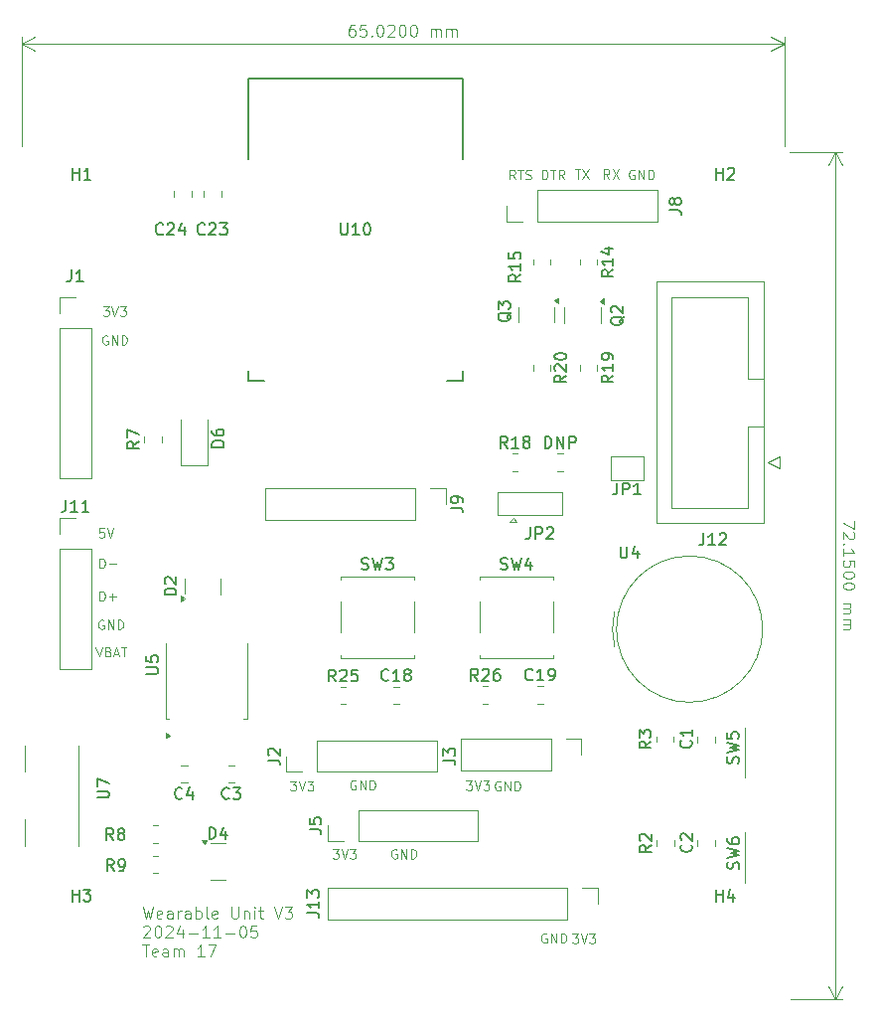
<source format=gbr>
%TF.GenerationSoftware,KiCad,Pcbnew,8.0.6*%
%TF.CreationDate,2024-11-05T15:10:12-06:00*%
%TF.ProjectId,werable_unit (1),77657261-626c-4655-9f75-6e6974202831,rev?*%
%TF.SameCoordinates,Original*%
%TF.FileFunction,Legend,Top*%
%TF.FilePolarity,Positive*%
%FSLAX46Y46*%
G04 Gerber Fmt 4.6, Leading zero omitted, Abs format (unit mm)*
G04 Created by KiCad (PCBNEW 8.0.6) date 2024-11-05 15:10:12*
%MOMM*%
%LPD*%
G01*
G04 APERTURE LIST*
%ADD10C,0.100000*%
%ADD11C,0.150000*%
%ADD12C,0.120000*%
%ADD13C,0.152400*%
G04 APERTURE END LIST*
D10*
X115521474Y-114844695D02*
X116016712Y-114844695D01*
X116016712Y-114844695D02*
X115750046Y-115149457D01*
X115750046Y-115149457D02*
X115864331Y-115149457D01*
X115864331Y-115149457D02*
X115940522Y-115187552D01*
X115940522Y-115187552D02*
X115978617Y-115225647D01*
X115978617Y-115225647D02*
X116016712Y-115301838D01*
X116016712Y-115301838D02*
X116016712Y-115492314D01*
X116016712Y-115492314D02*
X115978617Y-115568504D01*
X115978617Y-115568504D02*
X115940522Y-115606600D01*
X115940522Y-115606600D02*
X115864331Y-115644695D01*
X115864331Y-115644695D02*
X115635760Y-115644695D01*
X115635760Y-115644695D02*
X115559569Y-115606600D01*
X115559569Y-115606600D02*
X115521474Y-115568504D01*
X116245284Y-114844695D02*
X116511951Y-115644695D01*
X116511951Y-115644695D02*
X116778617Y-114844695D01*
X116969093Y-114844695D02*
X117464331Y-114844695D01*
X117464331Y-114844695D02*
X117197665Y-115149457D01*
X117197665Y-115149457D02*
X117311950Y-115149457D01*
X117311950Y-115149457D02*
X117388141Y-115187552D01*
X117388141Y-115187552D02*
X117426236Y-115225647D01*
X117426236Y-115225647D02*
X117464331Y-115301838D01*
X117464331Y-115301838D02*
X117464331Y-115492314D01*
X117464331Y-115492314D02*
X117426236Y-115568504D01*
X117426236Y-115568504D02*
X117388141Y-115606600D01*
X117388141Y-115606600D02*
X117311950Y-115644695D01*
X117311950Y-115644695D02*
X117083379Y-115644695D01*
X117083379Y-115644695D02*
X117007188Y-115606600D01*
X117007188Y-115606600D02*
X116969093Y-115568504D01*
X100548112Y-107669190D02*
X100471922Y-107631095D01*
X100471922Y-107631095D02*
X100357636Y-107631095D01*
X100357636Y-107631095D02*
X100243350Y-107669190D01*
X100243350Y-107669190D02*
X100167160Y-107745380D01*
X100167160Y-107745380D02*
X100129065Y-107821571D01*
X100129065Y-107821571D02*
X100090969Y-107973952D01*
X100090969Y-107973952D02*
X100090969Y-108088238D01*
X100090969Y-108088238D02*
X100129065Y-108240619D01*
X100129065Y-108240619D02*
X100167160Y-108316809D01*
X100167160Y-108316809D02*
X100243350Y-108393000D01*
X100243350Y-108393000D02*
X100357636Y-108431095D01*
X100357636Y-108431095D02*
X100433827Y-108431095D01*
X100433827Y-108431095D02*
X100548112Y-108393000D01*
X100548112Y-108393000D02*
X100586208Y-108354904D01*
X100586208Y-108354904D02*
X100586208Y-108088238D01*
X100586208Y-108088238D02*
X100433827Y-108088238D01*
X100929065Y-108431095D02*
X100929065Y-107631095D01*
X100929065Y-107631095D02*
X101386208Y-108431095D01*
X101386208Y-108431095D02*
X101386208Y-107631095D01*
X101767160Y-108431095D02*
X101767160Y-107631095D01*
X101767160Y-107631095D02*
X101957636Y-107631095D01*
X101957636Y-107631095D02*
X102071922Y-107669190D01*
X102071922Y-107669190D02*
X102148112Y-107745380D01*
X102148112Y-107745380D02*
X102186207Y-107821571D01*
X102186207Y-107821571D02*
X102224303Y-107973952D01*
X102224303Y-107973952D02*
X102224303Y-108088238D01*
X102224303Y-108088238D02*
X102186207Y-108240619D01*
X102186207Y-108240619D02*
X102148112Y-108316809D01*
X102148112Y-108316809D02*
X102071922Y-108393000D01*
X102071922Y-108393000D02*
X101957636Y-108431095D01*
X101957636Y-108431095D02*
X101767160Y-108431095D01*
X75884712Y-63904990D02*
X75808522Y-63866895D01*
X75808522Y-63866895D02*
X75694236Y-63866895D01*
X75694236Y-63866895D02*
X75579950Y-63904990D01*
X75579950Y-63904990D02*
X75503760Y-63981180D01*
X75503760Y-63981180D02*
X75465665Y-64057371D01*
X75465665Y-64057371D02*
X75427569Y-64209752D01*
X75427569Y-64209752D02*
X75427569Y-64324038D01*
X75427569Y-64324038D02*
X75465665Y-64476419D01*
X75465665Y-64476419D02*
X75503760Y-64552609D01*
X75503760Y-64552609D02*
X75579950Y-64628800D01*
X75579950Y-64628800D02*
X75694236Y-64666895D01*
X75694236Y-64666895D02*
X75770427Y-64666895D01*
X75770427Y-64666895D02*
X75884712Y-64628800D01*
X75884712Y-64628800D02*
X75922808Y-64590704D01*
X75922808Y-64590704D02*
X75922808Y-64324038D01*
X75922808Y-64324038D02*
X75770427Y-64324038D01*
X76265665Y-64666895D02*
X76265665Y-63866895D01*
X76265665Y-63866895D02*
X76722808Y-64666895D01*
X76722808Y-64666895D02*
X76722808Y-63866895D01*
X77103760Y-64666895D02*
X77103760Y-63866895D01*
X77103760Y-63866895D02*
X77294236Y-63866895D01*
X77294236Y-63866895D02*
X77408522Y-63904990D01*
X77408522Y-63904990D02*
X77484712Y-63981180D01*
X77484712Y-63981180D02*
X77522807Y-64057371D01*
X77522807Y-64057371D02*
X77560903Y-64209752D01*
X77560903Y-64209752D02*
X77560903Y-64324038D01*
X77560903Y-64324038D02*
X77522807Y-64476419D01*
X77522807Y-64476419D02*
X77484712Y-64552609D01*
X77484712Y-64552609D02*
X77408522Y-64628800D01*
X77408522Y-64628800D02*
X77294236Y-64666895D01*
X77294236Y-64666895D02*
X77103760Y-64666895D01*
X110644608Y-50595295D02*
X110377941Y-50214342D01*
X110187465Y-50595295D02*
X110187465Y-49795295D01*
X110187465Y-49795295D02*
X110492227Y-49795295D01*
X110492227Y-49795295D02*
X110568417Y-49833390D01*
X110568417Y-49833390D02*
X110606512Y-49871485D01*
X110606512Y-49871485D02*
X110644608Y-49947676D01*
X110644608Y-49947676D02*
X110644608Y-50061961D01*
X110644608Y-50061961D02*
X110606512Y-50138152D01*
X110606512Y-50138152D02*
X110568417Y-50176247D01*
X110568417Y-50176247D02*
X110492227Y-50214342D01*
X110492227Y-50214342D02*
X110187465Y-50214342D01*
X110873179Y-49795295D02*
X111330322Y-49795295D01*
X111101750Y-50595295D02*
X111101750Y-49795295D01*
X111558893Y-50557200D02*
X111673179Y-50595295D01*
X111673179Y-50595295D02*
X111863655Y-50595295D01*
X111863655Y-50595295D02*
X111939846Y-50557200D01*
X111939846Y-50557200D02*
X111977941Y-50519104D01*
X111977941Y-50519104D02*
X112016036Y-50442914D01*
X112016036Y-50442914D02*
X112016036Y-50366723D01*
X112016036Y-50366723D02*
X111977941Y-50290533D01*
X111977941Y-50290533D02*
X111939846Y-50252438D01*
X111939846Y-50252438D02*
X111863655Y-50214342D01*
X111863655Y-50214342D02*
X111711274Y-50176247D01*
X111711274Y-50176247D02*
X111635084Y-50138152D01*
X111635084Y-50138152D02*
X111596989Y-50100057D01*
X111596989Y-50100057D02*
X111558893Y-50023866D01*
X111558893Y-50023866D02*
X111558893Y-49947676D01*
X111558893Y-49947676D02*
X111596989Y-49871485D01*
X111596989Y-49871485D02*
X111635084Y-49833390D01*
X111635084Y-49833390D02*
X111711274Y-49795295D01*
X111711274Y-49795295D02*
X111901751Y-49795295D01*
X111901751Y-49795295D02*
X112016036Y-49833390D01*
X118671008Y-50519095D02*
X118404341Y-50138142D01*
X118213865Y-50519095D02*
X118213865Y-49719095D01*
X118213865Y-49719095D02*
X118518627Y-49719095D01*
X118518627Y-49719095D02*
X118594817Y-49757190D01*
X118594817Y-49757190D02*
X118632912Y-49795285D01*
X118632912Y-49795285D02*
X118671008Y-49871476D01*
X118671008Y-49871476D02*
X118671008Y-49985761D01*
X118671008Y-49985761D02*
X118632912Y-50061952D01*
X118632912Y-50061952D02*
X118594817Y-50100047D01*
X118594817Y-50100047D02*
X118518627Y-50138142D01*
X118518627Y-50138142D02*
X118213865Y-50138142D01*
X118937674Y-49719095D02*
X119471008Y-50519095D01*
X119471008Y-49719095D02*
X118937674Y-50519095D01*
X78898646Y-112552531D02*
X79136741Y-113552531D01*
X79136741Y-113552531D02*
X79327217Y-112838245D01*
X79327217Y-112838245D02*
X79517693Y-113552531D01*
X79517693Y-113552531D02*
X79755789Y-112552531D01*
X80517693Y-113504912D02*
X80422455Y-113552531D01*
X80422455Y-113552531D02*
X80231979Y-113552531D01*
X80231979Y-113552531D02*
X80136741Y-113504912D01*
X80136741Y-113504912D02*
X80089122Y-113409673D01*
X80089122Y-113409673D02*
X80089122Y-113028721D01*
X80089122Y-113028721D02*
X80136741Y-112933483D01*
X80136741Y-112933483D02*
X80231979Y-112885864D01*
X80231979Y-112885864D02*
X80422455Y-112885864D01*
X80422455Y-112885864D02*
X80517693Y-112933483D01*
X80517693Y-112933483D02*
X80565312Y-113028721D01*
X80565312Y-113028721D02*
X80565312Y-113123959D01*
X80565312Y-113123959D02*
X80089122Y-113219197D01*
X81422455Y-113552531D02*
X81422455Y-113028721D01*
X81422455Y-113028721D02*
X81374836Y-112933483D01*
X81374836Y-112933483D02*
X81279598Y-112885864D01*
X81279598Y-112885864D02*
X81089122Y-112885864D01*
X81089122Y-112885864D02*
X80993884Y-112933483D01*
X81422455Y-113504912D02*
X81327217Y-113552531D01*
X81327217Y-113552531D02*
X81089122Y-113552531D01*
X81089122Y-113552531D02*
X80993884Y-113504912D01*
X80993884Y-113504912D02*
X80946265Y-113409673D01*
X80946265Y-113409673D02*
X80946265Y-113314435D01*
X80946265Y-113314435D02*
X80993884Y-113219197D01*
X80993884Y-113219197D02*
X81089122Y-113171578D01*
X81089122Y-113171578D02*
X81327217Y-113171578D01*
X81327217Y-113171578D02*
X81422455Y-113123959D01*
X81898646Y-113552531D02*
X81898646Y-112885864D01*
X81898646Y-113076340D02*
X81946265Y-112981102D01*
X81946265Y-112981102D02*
X81993884Y-112933483D01*
X81993884Y-112933483D02*
X82089122Y-112885864D01*
X82089122Y-112885864D02*
X82184360Y-112885864D01*
X82946265Y-113552531D02*
X82946265Y-113028721D01*
X82946265Y-113028721D02*
X82898646Y-112933483D01*
X82898646Y-112933483D02*
X82803408Y-112885864D01*
X82803408Y-112885864D02*
X82612932Y-112885864D01*
X82612932Y-112885864D02*
X82517694Y-112933483D01*
X82946265Y-113504912D02*
X82851027Y-113552531D01*
X82851027Y-113552531D02*
X82612932Y-113552531D01*
X82612932Y-113552531D02*
X82517694Y-113504912D01*
X82517694Y-113504912D02*
X82470075Y-113409673D01*
X82470075Y-113409673D02*
X82470075Y-113314435D01*
X82470075Y-113314435D02*
X82517694Y-113219197D01*
X82517694Y-113219197D02*
X82612932Y-113171578D01*
X82612932Y-113171578D02*
X82851027Y-113171578D01*
X82851027Y-113171578D02*
X82946265Y-113123959D01*
X83422456Y-113552531D02*
X83422456Y-112552531D01*
X83422456Y-112933483D02*
X83517694Y-112885864D01*
X83517694Y-112885864D02*
X83708170Y-112885864D01*
X83708170Y-112885864D02*
X83803408Y-112933483D01*
X83803408Y-112933483D02*
X83851027Y-112981102D01*
X83851027Y-112981102D02*
X83898646Y-113076340D01*
X83898646Y-113076340D02*
X83898646Y-113362054D01*
X83898646Y-113362054D02*
X83851027Y-113457292D01*
X83851027Y-113457292D02*
X83803408Y-113504912D01*
X83803408Y-113504912D02*
X83708170Y-113552531D01*
X83708170Y-113552531D02*
X83517694Y-113552531D01*
X83517694Y-113552531D02*
X83422456Y-113504912D01*
X84470075Y-113552531D02*
X84374837Y-113504912D01*
X84374837Y-113504912D02*
X84327218Y-113409673D01*
X84327218Y-113409673D02*
X84327218Y-112552531D01*
X85231980Y-113504912D02*
X85136742Y-113552531D01*
X85136742Y-113552531D02*
X84946266Y-113552531D01*
X84946266Y-113552531D02*
X84851028Y-113504912D01*
X84851028Y-113504912D02*
X84803409Y-113409673D01*
X84803409Y-113409673D02*
X84803409Y-113028721D01*
X84803409Y-113028721D02*
X84851028Y-112933483D01*
X84851028Y-112933483D02*
X84946266Y-112885864D01*
X84946266Y-112885864D02*
X85136742Y-112885864D01*
X85136742Y-112885864D02*
X85231980Y-112933483D01*
X85231980Y-112933483D02*
X85279599Y-113028721D01*
X85279599Y-113028721D02*
X85279599Y-113123959D01*
X85279599Y-113123959D02*
X84803409Y-113219197D01*
X86470076Y-112552531D02*
X86470076Y-113362054D01*
X86470076Y-113362054D02*
X86517695Y-113457292D01*
X86517695Y-113457292D02*
X86565314Y-113504912D01*
X86565314Y-113504912D02*
X86660552Y-113552531D01*
X86660552Y-113552531D02*
X86851028Y-113552531D01*
X86851028Y-113552531D02*
X86946266Y-113504912D01*
X86946266Y-113504912D02*
X86993885Y-113457292D01*
X86993885Y-113457292D02*
X87041504Y-113362054D01*
X87041504Y-113362054D02*
X87041504Y-112552531D01*
X87517695Y-112885864D02*
X87517695Y-113552531D01*
X87517695Y-112981102D02*
X87565314Y-112933483D01*
X87565314Y-112933483D02*
X87660552Y-112885864D01*
X87660552Y-112885864D02*
X87803409Y-112885864D01*
X87803409Y-112885864D02*
X87898647Y-112933483D01*
X87898647Y-112933483D02*
X87946266Y-113028721D01*
X87946266Y-113028721D02*
X87946266Y-113552531D01*
X88422457Y-113552531D02*
X88422457Y-112885864D01*
X88422457Y-112552531D02*
X88374838Y-112600150D01*
X88374838Y-112600150D02*
X88422457Y-112647769D01*
X88422457Y-112647769D02*
X88470076Y-112600150D01*
X88470076Y-112600150D02*
X88422457Y-112552531D01*
X88422457Y-112552531D02*
X88422457Y-112647769D01*
X88755790Y-112885864D02*
X89136742Y-112885864D01*
X88898647Y-112552531D02*
X88898647Y-113409673D01*
X88898647Y-113409673D02*
X88946266Y-113504912D01*
X88946266Y-113504912D02*
X89041504Y-113552531D01*
X89041504Y-113552531D02*
X89136742Y-113552531D01*
X90089124Y-112552531D02*
X90422457Y-113552531D01*
X90422457Y-113552531D02*
X90755790Y-112552531D01*
X90993886Y-112552531D02*
X91612933Y-112552531D01*
X91612933Y-112552531D02*
X91279600Y-112933483D01*
X91279600Y-112933483D02*
X91422457Y-112933483D01*
X91422457Y-112933483D02*
X91517695Y-112981102D01*
X91517695Y-112981102D02*
X91565314Y-113028721D01*
X91565314Y-113028721D02*
X91612933Y-113123959D01*
X91612933Y-113123959D02*
X91612933Y-113362054D01*
X91612933Y-113362054D02*
X91565314Y-113457292D01*
X91565314Y-113457292D02*
X91517695Y-113504912D01*
X91517695Y-113504912D02*
X91422457Y-113552531D01*
X91422457Y-113552531D02*
X91136743Y-113552531D01*
X91136743Y-113552531D02*
X91041505Y-113504912D01*
X91041505Y-113504912D02*
X90993886Y-113457292D01*
X78946265Y-114257713D02*
X78993884Y-114210094D01*
X78993884Y-114210094D02*
X79089122Y-114162475D01*
X79089122Y-114162475D02*
X79327217Y-114162475D01*
X79327217Y-114162475D02*
X79422455Y-114210094D01*
X79422455Y-114210094D02*
X79470074Y-114257713D01*
X79470074Y-114257713D02*
X79517693Y-114352951D01*
X79517693Y-114352951D02*
X79517693Y-114448189D01*
X79517693Y-114448189D02*
X79470074Y-114591046D01*
X79470074Y-114591046D02*
X78898646Y-115162475D01*
X78898646Y-115162475D02*
X79517693Y-115162475D01*
X80136741Y-114162475D02*
X80231979Y-114162475D01*
X80231979Y-114162475D02*
X80327217Y-114210094D01*
X80327217Y-114210094D02*
X80374836Y-114257713D01*
X80374836Y-114257713D02*
X80422455Y-114352951D01*
X80422455Y-114352951D02*
X80470074Y-114543427D01*
X80470074Y-114543427D02*
X80470074Y-114781522D01*
X80470074Y-114781522D02*
X80422455Y-114971998D01*
X80422455Y-114971998D02*
X80374836Y-115067236D01*
X80374836Y-115067236D02*
X80327217Y-115114856D01*
X80327217Y-115114856D02*
X80231979Y-115162475D01*
X80231979Y-115162475D02*
X80136741Y-115162475D01*
X80136741Y-115162475D02*
X80041503Y-115114856D01*
X80041503Y-115114856D02*
X79993884Y-115067236D01*
X79993884Y-115067236D02*
X79946265Y-114971998D01*
X79946265Y-114971998D02*
X79898646Y-114781522D01*
X79898646Y-114781522D02*
X79898646Y-114543427D01*
X79898646Y-114543427D02*
X79946265Y-114352951D01*
X79946265Y-114352951D02*
X79993884Y-114257713D01*
X79993884Y-114257713D02*
X80041503Y-114210094D01*
X80041503Y-114210094D02*
X80136741Y-114162475D01*
X80851027Y-114257713D02*
X80898646Y-114210094D01*
X80898646Y-114210094D02*
X80993884Y-114162475D01*
X80993884Y-114162475D02*
X81231979Y-114162475D01*
X81231979Y-114162475D02*
X81327217Y-114210094D01*
X81327217Y-114210094D02*
X81374836Y-114257713D01*
X81374836Y-114257713D02*
X81422455Y-114352951D01*
X81422455Y-114352951D02*
X81422455Y-114448189D01*
X81422455Y-114448189D02*
X81374836Y-114591046D01*
X81374836Y-114591046D02*
X80803408Y-115162475D01*
X80803408Y-115162475D02*
X81422455Y-115162475D01*
X82279598Y-114495808D02*
X82279598Y-115162475D01*
X82041503Y-114114856D02*
X81803408Y-114829141D01*
X81803408Y-114829141D02*
X82422455Y-114829141D01*
X82803408Y-114781522D02*
X83565313Y-114781522D01*
X84565312Y-115162475D02*
X83993884Y-115162475D01*
X84279598Y-115162475D02*
X84279598Y-114162475D01*
X84279598Y-114162475D02*
X84184360Y-114305332D01*
X84184360Y-114305332D02*
X84089122Y-114400570D01*
X84089122Y-114400570D02*
X83993884Y-114448189D01*
X85517693Y-115162475D02*
X84946265Y-115162475D01*
X85231979Y-115162475D02*
X85231979Y-114162475D01*
X85231979Y-114162475D02*
X85136741Y-114305332D01*
X85136741Y-114305332D02*
X85041503Y-114400570D01*
X85041503Y-114400570D02*
X84946265Y-114448189D01*
X85946265Y-114781522D02*
X86708170Y-114781522D01*
X87374836Y-114162475D02*
X87470074Y-114162475D01*
X87470074Y-114162475D02*
X87565312Y-114210094D01*
X87565312Y-114210094D02*
X87612931Y-114257713D01*
X87612931Y-114257713D02*
X87660550Y-114352951D01*
X87660550Y-114352951D02*
X87708169Y-114543427D01*
X87708169Y-114543427D02*
X87708169Y-114781522D01*
X87708169Y-114781522D02*
X87660550Y-114971998D01*
X87660550Y-114971998D02*
X87612931Y-115067236D01*
X87612931Y-115067236D02*
X87565312Y-115114856D01*
X87565312Y-115114856D02*
X87470074Y-115162475D01*
X87470074Y-115162475D02*
X87374836Y-115162475D01*
X87374836Y-115162475D02*
X87279598Y-115114856D01*
X87279598Y-115114856D02*
X87231979Y-115067236D01*
X87231979Y-115067236D02*
X87184360Y-114971998D01*
X87184360Y-114971998D02*
X87136741Y-114781522D01*
X87136741Y-114781522D02*
X87136741Y-114543427D01*
X87136741Y-114543427D02*
X87184360Y-114352951D01*
X87184360Y-114352951D02*
X87231979Y-114257713D01*
X87231979Y-114257713D02*
X87279598Y-114210094D01*
X87279598Y-114210094D02*
X87374836Y-114162475D01*
X88612931Y-114162475D02*
X88136741Y-114162475D01*
X88136741Y-114162475D02*
X88089122Y-114638665D01*
X88089122Y-114638665D02*
X88136741Y-114591046D01*
X88136741Y-114591046D02*
X88231979Y-114543427D01*
X88231979Y-114543427D02*
X88470074Y-114543427D01*
X88470074Y-114543427D02*
X88565312Y-114591046D01*
X88565312Y-114591046D02*
X88612931Y-114638665D01*
X88612931Y-114638665D02*
X88660550Y-114733903D01*
X88660550Y-114733903D02*
X88660550Y-114971998D01*
X88660550Y-114971998D02*
X88612931Y-115067236D01*
X88612931Y-115067236D02*
X88565312Y-115114856D01*
X88565312Y-115114856D02*
X88470074Y-115162475D01*
X88470074Y-115162475D02*
X88231979Y-115162475D01*
X88231979Y-115162475D02*
X88136741Y-115114856D01*
X88136741Y-115114856D02*
X88089122Y-115067236D01*
X78851027Y-115772419D02*
X79422455Y-115772419D01*
X79136741Y-116772419D02*
X79136741Y-115772419D01*
X80136741Y-116724800D02*
X80041503Y-116772419D01*
X80041503Y-116772419D02*
X79851027Y-116772419D01*
X79851027Y-116772419D02*
X79755789Y-116724800D01*
X79755789Y-116724800D02*
X79708170Y-116629561D01*
X79708170Y-116629561D02*
X79708170Y-116248609D01*
X79708170Y-116248609D02*
X79755789Y-116153371D01*
X79755789Y-116153371D02*
X79851027Y-116105752D01*
X79851027Y-116105752D02*
X80041503Y-116105752D01*
X80041503Y-116105752D02*
X80136741Y-116153371D01*
X80136741Y-116153371D02*
X80184360Y-116248609D01*
X80184360Y-116248609D02*
X80184360Y-116343847D01*
X80184360Y-116343847D02*
X79708170Y-116439085D01*
X81041503Y-116772419D02*
X81041503Y-116248609D01*
X81041503Y-116248609D02*
X80993884Y-116153371D01*
X80993884Y-116153371D02*
X80898646Y-116105752D01*
X80898646Y-116105752D02*
X80708170Y-116105752D01*
X80708170Y-116105752D02*
X80612932Y-116153371D01*
X81041503Y-116724800D02*
X80946265Y-116772419D01*
X80946265Y-116772419D02*
X80708170Y-116772419D01*
X80708170Y-116772419D02*
X80612932Y-116724800D01*
X80612932Y-116724800D02*
X80565313Y-116629561D01*
X80565313Y-116629561D02*
X80565313Y-116534323D01*
X80565313Y-116534323D02*
X80612932Y-116439085D01*
X80612932Y-116439085D02*
X80708170Y-116391466D01*
X80708170Y-116391466D02*
X80946265Y-116391466D01*
X80946265Y-116391466D02*
X81041503Y-116343847D01*
X81517694Y-116772419D02*
X81517694Y-116105752D01*
X81517694Y-116200990D02*
X81565313Y-116153371D01*
X81565313Y-116153371D02*
X81660551Y-116105752D01*
X81660551Y-116105752D02*
X81803408Y-116105752D01*
X81803408Y-116105752D02*
X81898646Y-116153371D01*
X81898646Y-116153371D02*
X81946265Y-116248609D01*
X81946265Y-116248609D02*
X81946265Y-116772419D01*
X81946265Y-116248609D02*
X81993884Y-116153371D01*
X81993884Y-116153371D02*
X82089122Y-116105752D01*
X82089122Y-116105752D02*
X82231979Y-116105752D01*
X82231979Y-116105752D02*
X82327218Y-116153371D01*
X82327218Y-116153371D02*
X82374837Y-116248609D01*
X82374837Y-116248609D02*
X82374837Y-116772419D01*
X84136741Y-116772419D02*
X83565313Y-116772419D01*
X83851027Y-116772419D02*
X83851027Y-115772419D01*
X83851027Y-115772419D02*
X83755789Y-115915276D01*
X83755789Y-115915276D02*
X83660551Y-116010514D01*
X83660551Y-116010514D02*
X83565313Y-116058133D01*
X84470075Y-115772419D02*
X85136741Y-115772419D01*
X85136741Y-115772419D02*
X84708170Y-116772419D01*
X112956065Y-50569895D02*
X112956065Y-49769895D01*
X112956065Y-49769895D02*
X113146541Y-49769895D01*
X113146541Y-49769895D02*
X113260827Y-49807990D01*
X113260827Y-49807990D02*
X113337017Y-49884180D01*
X113337017Y-49884180D02*
X113375112Y-49960371D01*
X113375112Y-49960371D02*
X113413208Y-50112752D01*
X113413208Y-50112752D02*
X113413208Y-50227038D01*
X113413208Y-50227038D02*
X113375112Y-50379419D01*
X113375112Y-50379419D02*
X113337017Y-50455609D01*
X113337017Y-50455609D02*
X113260827Y-50531800D01*
X113260827Y-50531800D02*
X113146541Y-50569895D01*
X113146541Y-50569895D02*
X112956065Y-50569895D01*
X113641779Y-49769895D02*
X114098922Y-49769895D01*
X113870350Y-50569895D02*
X113870350Y-49769895D01*
X114822732Y-50569895D02*
X114556065Y-50188942D01*
X114365589Y-50569895D02*
X114365589Y-49769895D01*
X114365589Y-49769895D02*
X114670351Y-49769895D01*
X114670351Y-49769895D02*
X114746541Y-49807990D01*
X114746541Y-49807990D02*
X114784636Y-49846085D01*
X114784636Y-49846085D02*
X114822732Y-49922276D01*
X114822732Y-49922276D02*
X114822732Y-50036561D01*
X114822732Y-50036561D02*
X114784636Y-50112752D01*
X114784636Y-50112752D02*
X114746541Y-50150847D01*
X114746541Y-50150847D02*
X114670351Y-50188942D01*
X114670351Y-50188942D02*
X114365589Y-50188942D01*
X115737379Y-49744495D02*
X116194522Y-49744495D01*
X115965950Y-50544495D02*
X115965950Y-49744495D01*
X116384998Y-49744495D02*
X116918332Y-50544495D01*
X116918332Y-49744495D02*
X116384998Y-50544495D01*
X95099874Y-107631095D02*
X95595112Y-107631095D01*
X95595112Y-107631095D02*
X95328446Y-107935857D01*
X95328446Y-107935857D02*
X95442731Y-107935857D01*
X95442731Y-107935857D02*
X95518922Y-107973952D01*
X95518922Y-107973952D02*
X95557017Y-108012047D01*
X95557017Y-108012047D02*
X95595112Y-108088238D01*
X95595112Y-108088238D02*
X95595112Y-108278714D01*
X95595112Y-108278714D02*
X95557017Y-108354904D01*
X95557017Y-108354904D02*
X95518922Y-108393000D01*
X95518922Y-108393000D02*
X95442731Y-108431095D01*
X95442731Y-108431095D02*
X95214160Y-108431095D01*
X95214160Y-108431095D02*
X95137969Y-108393000D01*
X95137969Y-108393000D02*
X95099874Y-108354904D01*
X95823684Y-107631095D02*
X96090351Y-108431095D01*
X96090351Y-108431095D02*
X96357017Y-107631095D01*
X96547493Y-107631095D02*
X97042731Y-107631095D01*
X97042731Y-107631095D02*
X96776065Y-107935857D01*
X96776065Y-107935857D02*
X96890350Y-107935857D01*
X96890350Y-107935857D02*
X96966541Y-107973952D01*
X96966541Y-107973952D02*
X97004636Y-108012047D01*
X97004636Y-108012047D02*
X97042731Y-108088238D01*
X97042731Y-108088238D02*
X97042731Y-108278714D01*
X97042731Y-108278714D02*
X97004636Y-108354904D01*
X97004636Y-108354904D02*
X96966541Y-108393000D01*
X96966541Y-108393000D02*
X96890350Y-108431095D01*
X96890350Y-108431095D02*
X96661779Y-108431095D01*
X96661779Y-108431095D02*
X96585588Y-108393000D01*
X96585588Y-108393000D02*
X96547493Y-108354904D01*
X120791912Y-49807990D02*
X120715722Y-49769895D01*
X120715722Y-49769895D02*
X120601436Y-49769895D01*
X120601436Y-49769895D02*
X120487150Y-49807990D01*
X120487150Y-49807990D02*
X120410960Y-49884180D01*
X120410960Y-49884180D02*
X120372865Y-49960371D01*
X120372865Y-49960371D02*
X120334769Y-50112752D01*
X120334769Y-50112752D02*
X120334769Y-50227038D01*
X120334769Y-50227038D02*
X120372865Y-50379419D01*
X120372865Y-50379419D02*
X120410960Y-50455609D01*
X120410960Y-50455609D02*
X120487150Y-50531800D01*
X120487150Y-50531800D02*
X120601436Y-50569895D01*
X120601436Y-50569895D02*
X120677627Y-50569895D01*
X120677627Y-50569895D02*
X120791912Y-50531800D01*
X120791912Y-50531800D02*
X120830008Y-50493704D01*
X120830008Y-50493704D02*
X120830008Y-50227038D01*
X120830008Y-50227038D02*
X120677627Y-50227038D01*
X121172865Y-50569895D02*
X121172865Y-49769895D01*
X121172865Y-49769895D02*
X121630008Y-50569895D01*
X121630008Y-50569895D02*
X121630008Y-49769895D01*
X122010960Y-50569895D02*
X122010960Y-49769895D01*
X122010960Y-49769895D02*
X122201436Y-49769895D01*
X122201436Y-49769895D02*
X122315722Y-49807990D01*
X122315722Y-49807990D02*
X122391912Y-49884180D01*
X122391912Y-49884180D02*
X122430007Y-49960371D01*
X122430007Y-49960371D02*
X122468103Y-50112752D01*
X122468103Y-50112752D02*
X122468103Y-50227038D01*
X122468103Y-50227038D02*
X122430007Y-50379419D01*
X122430007Y-50379419D02*
X122391912Y-50455609D01*
X122391912Y-50455609D02*
X122315722Y-50531800D01*
X122315722Y-50531800D02*
X122201436Y-50569895D01*
X122201436Y-50569895D02*
X122010960Y-50569895D01*
X113324312Y-114857390D02*
X113248122Y-114819295D01*
X113248122Y-114819295D02*
X113133836Y-114819295D01*
X113133836Y-114819295D02*
X113019550Y-114857390D01*
X113019550Y-114857390D02*
X112943360Y-114933580D01*
X112943360Y-114933580D02*
X112905265Y-115009771D01*
X112905265Y-115009771D02*
X112867169Y-115162152D01*
X112867169Y-115162152D02*
X112867169Y-115276438D01*
X112867169Y-115276438D02*
X112905265Y-115428819D01*
X112905265Y-115428819D02*
X112943360Y-115505009D01*
X112943360Y-115505009D02*
X113019550Y-115581200D01*
X113019550Y-115581200D02*
X113133836Y-115619295D01*
X113133836Y-115619295D02*
X113210027Y-115619295D01*
X113210027Y-115619295D02*
X113324312Y-115581200D01*
X113324312Y-115581200D02*
X113362408Y-115543104D01*
X113362408Y-115543104D02*
X113362408Y-115276438D01*
X113362408Y-115276438D02*
X113210027Y-115276438D01*
X113705265Y-115619295D02*
X113705265Y-114819295D01*
X113705265Y-114819295D02*
X114162408Y-115619295D01*
X114162408Y-115619295D02*
X114162408Y-114819295D01*
X114543360Y-115619295D02*
X114543360Y-114819295D01*
X114543360Y-114819295D02*
X114733836Y-114819295D01*
X114733836Y-114819295D02*
X114848122Y-114857390D01*
X114848122Y-114857390D02*
X114924312Y-114933580D01*
X114924312Y-114933580D02*
X114962407Y-115009771D01*
X114962407Y-115009771D02*
X115000503Y-115162152D01*
X115000503Y-115162152D02*
X115000503Y-115276438D01*
X115000503Y-115276438D02*
X114962407Y-115428819D01*
X114962407Y-115428819D02*
X114924312Y-115505009D01*
X114924312Y-115505009D02*
X114848122Y-115581200D01*
X114848122Y-115581200D02*
X114733836Y-115619295D01*
X114733836Y-115619295D02*
X114543360Y-115619295D01*
X75211665Y-86460095D02*
X75211665Y-85660095D01*
X75211665Y-85660095D02*
X75402141Y-85660095D01*
X75402141Y-85660095D02*
X75516427Y-85698190D01*
X75516427Y-85698190D02*
X75592617Y-85774380D01*
X75592617Y-85774380D02*
X75630712Y-85850571D01*
X75630712Y-85850571D02*
X75668808Y-86002952D01*
X75668808Y-86002952D02*
X75668808Y-86117238D01*
X75668808Y-86117238D02*
X75630712Y-86269619D01*
X75630712Y-86269619D02*
X75592617Y-86345809D01*
X75592617Y-86345809D02*
X75516427Y-86422000D01*
X75516427Y-86422000D02*
X75402141Y-86460095D01*
X75402141Y-86460095D02*
X75211665Y-86460095D01*
X76011665Y-86155333D02*
X76621189Y-86155333D01*
X76316427Y-86460095D02*
X76316427Y-85850571D01*
X109387312Y-101877990D02*
X109311122Y-101839895D01*
X109311122Y-101839895D02*
X109196836Y-101839895D01*
X109196836Y-101839895D02*
X109082550Y-101877990D01*
X109082550Y-101877990D02*
X109006360Y-101954180D01*
X109006360Y-101954180D02*
X108968265Y-102030371D01*
X108968265Y-102030371D02*
X108930169Y-102182752D01*
X108930169Y-102182752D02*
X108930169Y-102297038D01*
X108930169Y-102297038D02*
X108968265Y-102449419D01*
X108968265Y-102449419D02*
X109006360Y-102525609D01*
X109006360Y-102525609D02*
X109082550Y-102601800D01*
X109082550Y-102601800D02*
X109196836Y-102639895D01*
X109196836Y-102639895D02*
X109273027Y-102639895D01*
X109273027Y-102639895D02*
X109387312Y-102601800D01*
X109387312Y-102601800D02*
X109425408Y-102563704D01*
X109425408Y-102563704D02*
X109425408Y-102297038D01*
X109425408Y-102297038D02*
X109273027Y-102297038D01*
X109768265Y-102639895D02*
X109768265Y-101839895D01*
X109768265Y-101839895D02*
X110225408Y-102639895D01*
X110225408Y-102639895D02*
X110225408Y-101839895D01*
X110606360Y-102639895D02*
X110606360Y-101839895D01*
X110606360Y-101839895D02*
X110796836Y-101839895D01*
X110796836Y-101839895D02*
X110911122Y-101877990D01*
X110911122Y-101877990D02*
X110987312Y-101954180D01*
X110987312Y-101954180D02*
X111025407Y-102030371D01*
X111025407Y-102030371D02*
X111063503Y-102182752D01*
X111063503Y-102182752D02*
X111063503Y-102297038D01*
X111063503Y-102297038D02*
X111025407Y-102449419D01*
X111025407Y-102449419D02*
X110987312Y-102525609D01*
X110987312Y-102525609D02*
X110911122Y-102601800D01*
X110911122Y-102601800D02*
X110796836Y-102639895D01*
X110796836Y-102639895D02*
X110606360Y-102639895D01*
X74894179Y-90435295D02*
X75160846Y-91235295D01*
X75160846Y-91235295D02*
X75427512Y-90435295D01*
X75960845Y-90816247D02*
X76075131Y-90854342D01*
X76075131Y-90854342D02*
X76113226Y-90892438D01*
X76113226Y-90892438D02*
X76151322Y-90968628D01*
X76151322Y-90968628D02*
X76151322Y-91082914D01*
X76151322Y-91082914D02*
X76113226Y-91159104D01*
X76113226Y-91159104D02*
X76075131Y-91197200D01*
X76075131Y-91197200D02*
X75998941Y-91235295D01*
X75998941Y-91235295D02*
X75694179Y-91235295D01*
X75694179Y-91235295D02*
X75694179Y-90435295D01*
X75694179Y-90435295D02*
X75960845Y-90435295D01*
X75960845Y-90435295D02*
X76037036Y-90473390D01*
X76037036Y-90473390D02*
X76075131Y-90511485D01*
X76075131Y-90511485D02*
X76113226Y-90587676D01*
X76113226Y-90587676D02*
X76113226Y-90663866D01*
X76113226Y-90663866D02*
X76075131Y-90740057D01*
X76075131Y-90740057D02*
X76037036Y-90778152D01*
X76037036Y-90778152D02*
X75960845Y-90816247D01*
X75960845Y-90816247D02*
X75694179Y-90816247D01*
X76456083Y-91006723D02*
X76837036Y-91006723D01*
X76379893Y-91235295D02*
X76646560Y-90435295D01*
X76646560Y-90435295D02*
X76913226Y-91235295D01*
X77065607Y-90435295D02*
X77522750Y-90435295D01*
X77294178Y-91235295D02*
X77294178Y-90435295D01*
X97042912Y-101801790D02*
X96966722Y-101763695D01*
X96966722Y-101763695D02*
X96852436Y-101763695D01*
X96852436Y-101763695D02*
X96738150Y-101801790D01*
X96738150Y-101801790D02*
X96661960Y-101877980D01*
X96661960Y-101877980D02*
X96623865Y-101954171D01*
X96623865Y-101954171D02*
X96585769Y-102106552D01*
X96585769Y-102106552D02*
X96585769Y-102220838D01*
X96585769Y-102220838D02*
X96623865Y-102373219D01*
X96623865Y-102373219D02*
X96661960Y-102449409D01*
X96661960Y-102449409D02*
X96738150Y-102525600D01*
X96738150Y-102525600D02*
X96852436Y-102563695D01*
X96852436Y-102563695D02*
X96928627Y-102563695D01*
X96928627Y-102563695D02*
X97042912Y-102525600D01*
X97042912Y-102525600D02*
X97081008Y-102487504D01*
X97081008Y-102487504D02*
X97081008Y-102220838D01*
X97081008Y-102220838D02*
X96928627Y-102220838D01*
X97423865Y-102563695D02*
X97423865Y-101763695D01*
X97423865Y-101763695D02*
X97881008Y-102563695D01*
X97881008Y-102563695D02*
X97881008Y-101763695D01*
X98261960Y-102563695D02*
X98261960Y-101763695D01*
X98261960Y-101763695D02*
X98452436Y-101763695D01*
X98452436Y-101763695D02*
X98566722Y-101801790D01*
X98566722Y-101801790D02*
X98642912Y-101877980D01*
X98642912Y-101877980D02*
X98681007Y-101954171D01*
X98681007Y-101954171D02*
X98719103Y-102106552D01*
X98719103Y-102106552D02*
X98719103Y-102220838D01*
X98719103Y-102220838D02*
X98681007Y-102373219D01*
X98681007Y-102373219D02*
X98642912Y-102449409D01*
X98642912Y-102449409D02*
X98566722Y-102525600D01*
X98566722Y-102525600D02*
X98452436Y-102563695D01*
X98452436Y-102563695D02*
X98261960Y-102563695D01*
X75211665Y-83666095D02*
X75211665Y-82866095D01*
X75211665Y-82866095D02*
X75402141Y-82866095D01*
X75402141Y-82866095D02*
X75516427Y-82904190D01*
X75516427Y-82904190D02*
X75592617Y-82980380D01*
X75592617Y-82980380D02*
X75630712Y-83056571D01*
X75630712Y-83056571D02*
X75668808Y-83208952D01*
X75668808Y-83208952D02*
X75668808Y-83323238D01*
X75668808Y-83323238D02*
X75630712Y-83475619D01*
X75630712Y-83475619D02*
X75592617Y-83551809D01*
X75592617Y-83551809D02*
X75516427Y-83628000D01*
X75516427Y-83628000D02*
X75402141Y-83666095D01*
X75402141Y-83666095D02*
X75211665Y-83666095D01*
X76011665Y-83361333D02*
X76621189Y-83361333D01*
X106479074Y-101814495D02*
X106974312Y-101814495D01*
X106974312Y-101814495D02*
X106707646Y-102119257D01*
X106707646Y-102119257D02*
X106821931Y-102119257D01*
X106821931Y-102119257D02*
X106898122Y-102157352D01*
X106898122Y-102157352D02*
X106936217Y-102195447D01*
X106936217Y-102195447D02*
X106974312Y-102271638D01*
X106974312Y-102271638D02*
X106974312Y-102462114D01*
X106974312Y-102462114D02*
X106936217Y-102538304D01*
X106936217Y-102538304D02*
X106898122Y-102576400D01*
X106898122Y-102576400D02*
X106821931Y-102614495D01*
X106821931Y-102614495D02*
X106593360Y-102614495D01*
X106593360Y-102614495D02*
X106517169Y-102576400D01*
X106517169Y-102576400D02*
X106479074Y-102538304D01*
X107202884Y-101814495D02*
X107469551Y-102614495D01*
X107469551Y-102614495D02*
X107736217Y-101814495D01*
X107926693Y-101814495D02*
X108421931Y-101814495D01*
X108421931Y-101814495D02*
X108155265Y-102119257D01*
X108155265Y-102119257D02*
X108269550Y-102119257D01*
X108269550Y-102119257D02*
X108345741Y-102157352D01*
X108345741Y-102157352D02*
X108383836Y-102195447D01*
X108383836Y-102195447D02*
X108421931Y-102271638D01*
X108421931Y-102271638D02*
X108421931Y-102462114D01*
X108421931Y-102462114D02*
X108383836Y-102538304D01*
X108383836Y-102538304D02*
X108345741Y-102576400D01*
X108345741Y-102576400D02*
X108269550Y-102614495D01*
X108269550Y-102614495D02*
X108040979Y-102614495D01*
X108040979Y-102614495D02*
X107964788Y-102576400D01*
X107964788Y-102576400D02*
X107926693Y-102538304D01*
X75592617Y-80300695D02*
X75211665Y-80300695D01*
X75211665Y-80300695D02*
X75173569Y-80681647D01*
X75173569Y-80681647D02*
X75211665Y-80643552D01*
X75211665Y-80643552D02*
X75287855Y-80605457D01*
X75287855Y-80605457D02*
X75478331Y-80605457D01*
X75478331Y-80605457D02*
X75554522Y-80643552D01*
X75554522Y-80643552D02*
X75592617Y-80681647D01*
X75592617Y-80681647D02*
X75630712Y-80757838D01*
X75630712Y-80757838D02*
X75630712Y-80948314D01*
X75630712Y-80948314D02*
X75592617Y-81024504D01*
X75592617Y-81024504D02*
X75554522Y-81062600D01*
X75554522Y-81062600D02*
X75478331Y-81100695D01*
X75478331Y-81100695D02*
X75287855Y-81100695D01*
X75287855Y-81100695D02*
X75211665Y-81062600D01*
X75211665Y-81062600D02*
X75173569Y-81024504D01*
X75859284Y-80300695D02*
X76125951Y-81100695D01*
X76125951Y-81100695D02*
X76392617Y-80300695D01*
X91493074Y-101839895D02*
X91988312Y-101839895D01*
X91988312Y-101839895D02*
X91721646Y-102144657D01*
X91721646Y-102144657D02*
X91835931Y-102144657D01*
X91835931Y-102144657D02*
X91912122Y-102182752D01*
X91912122Y-102182752D02*
X91950217Y-102220847D01*
X91950217Y-102220847D02*
X91988312Y-102297038D01*
X91988312Y-102297038D02*
X91988312Y-102487514D01*
X91988312Y-102487514D02*
X91950217Y-102563704D01*
X91950217Y-102563704D02*
X91912122Y-102601800D01*
X91912122Y-102601800D02*
X91835931Y-102639895D01*
X91835931Y-102639895D02*
X91607360Y-102639895D01*
X91607360Y-102639895D02*
X91531169Y-102601800D01*
X91531169Y-102601800D02*
X91493074Y-102563704D01*
X92216884Y-101839895D02*
X92483551Y-102639895D01*
X92483551Y-102639895D02*
X92750217Y-101839895D01*
X92940693Y-101839895D02*
X93435931Y-101839895D01*
X93435931Y-101839895D02*
X93169265Y-102144657D01*
X93169265Y-102144657D02*
X93283550Y-102144657D01*
X93283550Y-102144657D02*
X93359741Y-102182752D01*
X93359741Y-102182752D02*
X93397836Y-102220847D01*
X93397836Y-102220847D02*
X93435931Y-102297038D01*
X93435931Y-102297038D02*
X93435931Y-102487514D01*
X93435931Y-102487514D02*
X93397836Y-102563704D01*
X93397836Y-102563704D02*
X93359741Y-102601800D01*
X93359741Y-102601800D02*
X93283550Y-102639895D01*
X93283550Y-102639895D02*
X93054979Y-102639895D01*
X93054979Y-102639895D02*
X92978788Y-102601800D01*
X92978788Y-102601800D02*
X92940693Y-102563704D01*
X75516474Y-61403095D02*
X76011712Y-61403095D01*
X76011712Y-61403095D02*
X75745046Y-61707857D01*
X75745046Y-61707857D02*
X75859331Y-61707857D01*
X75859331Y-61707857D02*
X75935522Y-61745952D01*
X75935522Y-61745952D02*
X75973617Y-61784047D01*
X75973617Y-61784047D02*
X76011712Y-61860238D01*
X76011712Y-61860238D02*
X76011712Y-62050714D01*
X76011712Y-62050714D02*
X75973617Y-62126904D01*
X75973617Y-62126904D02*
X75935522Y-62165000D01*
X75935522Y-62165000D02*
X75859331Y-62203095D01*
X75859331Y-62203095D02*
X75630760Y-62203095D01*
X75630760Y-62203095D02*
X75554569Y-62165000D01*
X75554569Y-62165000D02*
X75516474Y-62126904D01*
X76240284Y-61403095D02*
X76506951Y-62203095D01*
X76506951Y-62203095D02*
X76773617Y-61403095D01*
X76964093Y-61403095D02*
X77459331Y-61403095D01*
X77459331Y-61403095D02*
X77192665Y-61707857D01*
X77192665Y-61707857D02*
X77306950Y-61707857D01*
X77306950Y-61707857D02*
X77383141Y-61745952D01*
X77383141Y-61745952D02*
X77421236Y-61784047D01*
X77421236Y-61784047D02*
X77459331Y-61860238D01*
X77459331Y-61860238D02*
X77459331Y-62050714D01*
X77459331Y-62050714D02*
X77421236Y-62126904D01*
X77421236Y-62126904D02*
X77383141Y-62165000D01*
X77383141Y-62165000D02*
X77306950Y-62203095D01*
X77306950Y-62203095D02*
X77078379Y-62203095D01*
X77078379Y-62203095D02*
X77002188Y-62165000D01*
X77002188Y-62165000D02*
X76964093Y-62126904D01*
X75554512Y-88136590D02*
X75478322Y-88098495D01*
X75478322Y-88098495D02*
X75364036Y-88098495D01*
X75364036Y-88098495D02*
X75249750Y-88136590D01*
X75249750Y-88136590D02*
X75173560Y-88212780D01*
X75173560Y-88212780D02*
X75135465Y-88288971D01*
X75135465Y-88288971D02*
X75097369Y-88441352D01*
X75097369Y-88441352D02*
X75097369Y-88555638D01*
X75097369Y-88555638D02*
X75135465Y-88708019D01*
X75135465Y-88708019D02*
X75173560Y-88784209D01*
X75173560Y-88784209D02*
X75249750Y-88860400D01*
X75249750Y-88860400D02*
X75364036Y-88898495D01*
X75364036Y-88898495D02*
X75440227Y-88898495D01*
X75440227Y-88898495D02*
X75554512Y-88860400D01*
X75554512Y-88860400D02*
X75592608Y-88822304D01*
X75592608Y-88822304D02*
X75592608Y-88555638D01*
X75592608Y-88555638D02*
X75440227Y-88555638D01*
X75935465Y-88898495D02*
X75935465Y-88098495D01*
X75935465Y-88098495D02*
X76392608Y-88898495D01*
X76392608Y-88898495D02*
X76392608Y-88098495D01*
X76773560Y-88898495D02*
X76773560Y-88098495D01*
X76773560Y-88098495D02*
X76964036Y-88098495D01*
X76964036Y-88098495D02*
X77078322Y-88136590D01*
X77078322Y-88136590D02*
X77154512Y-88212780D01*
X77154512Y-88212780D02*
X77192607Y-88288971D01*
X77192607Y-88288971D02*
X77230703Y-88441352D01*
X77230703Y-88441352D02*
X77230703Y-88555638D01*
X77230703Y-88555638D02*
X77192607Y-88708019D01*
X77192607Y-88708019D02*
X77154512Y-88784209D01*
X77154512Y-88784209D02*
X77078322Y-88860400D01*
X77078322Y-88860400D02*
X76964036Y-88898495D01*
X76964036Y-88898495D02*
X76773560Y-88898495D01*
X96928807Y-37426507D02*
X96738330Y-37426478D01*
X96738330Y-37426478D02*
X96643085Y-37474082D01*
X96643085Y-37474082D02*
X96595459Y-37521694D01*
X96595459Y-37521694D02*
X96500199Y-37664537D01*
X96500199Y-37664537D02*
X96452550Y-37855006D01*
X96452550Y-37855006D02*
X96452492Y-38235958D01*
X96452492Y-38235958D02*
X96500096Y-38331203D01*
X96500096Y-38331203D02*
X96547708Y-38378830D01*
X96547708Y-38378830D02*
X96642939Y-38426463D01*
X96642939Y-38426463D02*
X96833415Y-38426493D01*
X96833415Y-38426493D02*
X96928660Y-38378888D01*
X96928660Y-38378888D02*
X96976287Y-38331277D01*
X96976287Y-38331277D02*
X97023920Y-38236046D01*
X97023920Y-38236046D02*
X97023957Y-37997951D01*
X97023957Y-37997951D02*
X96976352Y-37902705D01*
X96976352Y-37902705D02*
X96928741Y-37855079D01*
X96928741Y-37855079D02*
X96833510Y-37807445D01*
X96833510Y-37807445D02*
X96643034Y-37807416D01*
X96643034Y-37807416D02*
X96547788Y-37855020D01*
X96547788Y-37855020D02*
X96500162Y-37902632D01*
X96500162Y-37902632D02*
X96452528Y-37997863D01*
X97928807Y-37426661D02*
X97452616Y-37426588D01*
X97452616Y-37426588D02*
X97404924Y-37902771D01*
X97404924Y-37902771D02*
X97452550Y-37855159D01*
X97452550Y-37855159D02*
X97547796Y-37807555D01*
X97547796Y-37807555D02*
X97785891Y-37807592D01*
X97785891Y-37807592D02*
X97881122Y-37855225D01*
X97881122Y-37855225D02*
X97928733Y-37902852D01*
X97928733Y-37902852D02*
X97976338Y-37998097D01*
X97976338Y-37998097D02*
X97976301Y-38236192D01*
X97976301Y-38236192D02*
X97928668Y-38331423D01*
X97928668Y-38331423D02*
X97881041Y-38379035D01*
X97881041Y-38379035D02*
X97785796Y-38426639D01*
X97785796Y-38426639D02*
X97547701Y-38426603D01*
X97547701Y-38426603D02*
X97452470Y-38378969D01*
X97452470Y-38378969D02*
X97404858Y-38331343D01*
X98404858Y-38331496D02*
X98452470Y-38379123D01*
X98452470Y-38379123D02*
X98404843Y-38426734D01*
X98404843Y-38426734D02*
X98357232Y-38379108D01*
X98357232Y-38379108D02*
X98404858Y-38331496D01*
X98404858Y-38331496D02*
X98404843Y-38426734D01*
X99071663Y-37426837D02*
X99166901Y-37426852D01*
X99166901Y-37426852D02*
X99262132Y-37474485D01*
X99262132Y-37474485D02*
X99309744Y-37522112D01*
X99309744Y-37522112D02*
X99357348Y-37617357D01*
X99357348Y-37617357D02*
X99404938Y-37807841D01*
X99404938Y-37807841D02*
X99404902Y-38045936D01*
X99404902Y-38045936D02*
X99357253Y-38236405D01*
X99357253Y-38236405D02*
X99309619Y-38331635D01*
X99309619Y-38331635D02*
X99261993Y-38379247D01*
X99261993Y-38379247D02*
X99166748Y-38426852D01*
X99166748Y-38426852D02*
X99071510Y-38426837D01*
X99071510Y-38426837D02*
X98976279Y-38379203D01*
X98976279Y-38379203D02*
X98928667Y-38331577D01*
X98928667Y-38331577D02*
X98881063Y-38236331D01*
X98881063Y-38236331D02*
X98833473Y-38045848D01*
X98833473Y-38045848D02*
X98833510Y-37807753D01*
X98833510Y-37807753D02*
X98881158Y-37617284D01*
X98881158Y-37617284D02*
X98928792Y-37522053D01*
X98928792Y-37522053D02*
X98976418Y-37474441D01*
X98976418Y-37474441D02*
X99071663Y-37426837D01*
X99785935Y-37522185D02*
X99833561Y-37474573D01*
X99833561Y-37474573D02*
X99928806Y-37426969D01*
X99928806Y-37426969D02*
X100166902Y-37427005D01*
X100166902Y-37427005D02*
X100262132Y-37474639D01*
X100262132Y-37474639D02*
X100309744Y-37522265D01*
X100309744Y-37522265D02*
X100357348Y-37617511D01*
X100357348Y-37617511D02*
X100357334Y-37712749D01*
X100357334Y-37712749D02*
X100309693Y-37855599D01*
X100309693Y-37855599D02*
X99738176Y-38426939D01*
X99738176Y-38426939D02*
X100357224Y-38427035D01*
X100976425Y-37427130D02*
X101071663Y-37427145D01*
X101071663Y-37427145D02*
X101166894Y-37474778D01*
X101166894Y-37474778D02*
X101214506Y-37522405D01*
X101214506Y-37522405D02*
X101262110Y-37617650D01*
X101262110Y-37617650D02*
X101309700Y-37808134D01*
X101309700Y-37808134D02*
X101309663Y-38046229D01*
X101309663Y-38046229D02*
X101262015Y-38236698D01*
X101262015Y-38236698D02*
X101214381Y-38331928D01*
X101214381Y-38331928D02*
X101166755Y-38379540D01*
X101166755Y-38379540D02*
X101071510Y-38427145D01*
X101071510Y-38427145D02*
X100976272Y-38427130D01*
X100976272Y-38427130D02*
X100881041Y-38379496D01*
X100881041Y-38379496D02*
X100833429Y-38331870D01*
X100833429Y-38331870D02*
X100785825Y-38236624D01*
X100785825Y-38236624D02*
X100738235Y-38046141D01*
X100738235Y-38046141D02*
X100738272Y-37808046D01*
X100738272Y-37808046D02*
X100785920Y-37617577D01*
X100785920Y-37617577D02*
X100833554Y-37522346D01*
X100833554Y-37522346D02*
X100881180Y-37474734D01*
X100881180Y-37474734D02*
X100976425Y-37427130D01*
X101928806Y-37427276D02*
X102024044Y-37427291D01*
X102024044Y-37427291D02*
X102119275Y-37474925D01*
X102119275Y-37474925D02*
X102166887Y-37522551D01*
X102166887Y-37522551D02*
X102214491Y-37617797D01*
X102214491Y-37617797D02*
X102262081Y-37808280D01*
X102262081Y-37808280D02*
X102262044Y-38046375D01*
X102262044Y-38046375D02*
X102214396Y-38236844D01*
X102214396Y-38236844D02*
X102166762Y-38332075D01*
X102166762Y-38332075D02*
X102119136Y-38379687D01*
X102119136Y-38379687D02*
X102023891Y-38427291D01*
X102023891Y-38427291D02*
X101928653Y-38427276D01*
X101928653Y-38427276D02*
X101833422Y-38379643D01*
X101833422Y-38379643D02*
X101785810Y-38332016D01*
X101785810Y-38332016D02*
X101738206Y-38236771D01*
X101738206Y-38236771D02*
X101690616Y-38046287D01*
X101690616Y-38046287D02*
X101690653Y-37808192D01*
X101690653Y-37808192D02*
X101738301Y-37617723D01*
X101738301Y-37617723D02*
X101785935Y-37522493D01*
X101785935Y-37522493D02*
X101833561Y-37474881D01*
X101833561Y-37474881D02*
X101928806Y-37427276D01*
X103452462Y-38427511D02*
X103452565Y-37760844D01*
X103452550Y-37856082D02*
X103500177Y-37808470D01*
X103500177Y-37808470D02*
X103595422Y-37760866D01*
X103595422Y-37760866D02*
X103738279Y-37760888D01*
X103738279Y-37760888D02*
X103833510Y-37808522D01*
X103833510Y-37808522D02*
X103881114Y-37903767D01*
X103881114Y-37903767D02*
X103881034Y-38427577D01*
X103881114Y-37903767D02*
X103928748Y-37808536D01*
X103928748Y-37808536D02*
X104023993Y-37760932D01*
X104023993Y-37760932D02*
X104166851Y-37760954D01*
X104166851Y-37760954D02*
X104262081Y-37808588D01*
X104262081Y-37808588D02*
X104309686Y-37903833D01*
X104309686Y-37903833D02*
X104309605Y-38427643D01*
X104785795Y-38427716D02*
X104785898Y-37761049D01*
X104785883Y-37856287D02*
X104833510Y-37808676D01*
X104833510Y-37808676D02*
X104928755Y-37761071D01*
X104928755Y-37761071D02*
X105071612Y-37761093D01*
X105071612Y-37761093D02*
X105166843Y-37808727D01*
X105166843Y-37808727D02*
X105214447Y-37903972D01*
X105214447Y-37903972D02*
X105214367Y-38427782D01*
X105214447Y-37903972D02*
X105262081Y-37808741D01*
X105262081Y-37808741D02*
X105357326Y-37761137D01*
X105357326Y-37761137D02*
X105500184Y-37761159D01*
X105500184Y-37761159D02*
X105595414Y-37808793D01*
X105595414Y-37808793D02*
X105643019Y-37904038D01*
X105643019Y-37904038D02*
X105642938Y-38427848D01*
X68560077Y-47740000D02*
X68561501Y-38478306D01*
X133580077Y-47750000D02*
X133581501Y-38488306D01*
X68561411Y-39064726D02*
X133581411Y-39074726D01*
X68561411Y-39064726D02*
X133581411Y-39074726D01*
X68561411Y-39064726D02*
X69688005Y-38478479D01*
X68561411Y-39064726D02*
X69687825Y-39651320D01*
X133581411Y-39074726D02*
X132454817Y-39660973D01*
X133581411Y-39074726D02*
X132454997Y-38488132D01*
X139578685Y-79657503D02*
X139578777Y-80324170D01*
X139578777Y-80324170D02*
X138578718Y-79895737D01*
X139483585Y-80657517D02*
X139531211Y-80705129D01*
X139531211Y-80705129D02*
X139578843Y-80800361D01*
X139578843Y-80800361D02*
X139578876Y-81038456D01*
X139578876Y-81038456D02*
X139531270Y-81133701D01*
X139531270Y-81133701D02*
X139483658Y-81181326D01*
X139483658Y-81181326D02*
X139388426Y-81228958D01*
X139388426Y-81228958D02*
X139293188Y-81228972D01*
X139293188Y-81228972D02*
X139150324Y-81181372D01*
X139150324Y-81181372D02*
X138578817Y-80610023D01*
X138578817Y-80610023D02*
X138578902Y-81229071D01*
X138674200Y-81657629D02*
X138626588Y-81705255D01*
X138626588Y-81705255D02*
X138578962Y-81657642D01*
X138578962Y-81657642D02*
X138626574Y-81610017D01*
X138626574Y-81610017D02*
X138674200Y-81657629D01*
X138674200Y-81657629D02*
X138578962Y-81657642D01*
X138579100Y-82657642D02*
X138579021Y-82086213D01*
X138579061Y-82371927D02*
X139579061Y-82371789D01*
X139579061Y-82371789D02*
X139436191Y-82276570D01*
X139436191Y-82276570D02*
X139340939Y-82181346D01*
X139340939Y-82181346D02*
X139293307Y-82086114D01*
X139579226Y-83562265D02*
X139579160Y-83086075D01*
X139579160Y-83086075D02*
X139102963Y-83038522D01*
X139102963Y-83038522D02*
X139150588Y-83086134D01*
X139150588Y-83086134D02*
X139198221Y-83181365D01*
X139198221Y-83181365D02*
X139198254Y-83419461D01*
X139198254Y-83419461D02*
X139150648Y-83514705D01*
X139150648Y-83514705D02*
X139103035Y-83562331D01*
X139103035Y-83562331D02*
X139007804Y-83609963D01*
X139007804Y-83609963D02*
X138769709Y-83609996D01*
X138769709Y-83609996D02*
X138674464Y-83562390D01*
X138674464Y-83562390D02*
X138626838Y-83514778D01*
X138626838Y-83514778D02*
X138579206Y-83419546D01*
X138579206Y-83419546D02*
X138579173Y-83181451D01*
X138579173Y-83181451D02*
X138626779Y-83086207D01*
X138626779Y-83086207D02*
X138674391Y-83038581D01*
X139579318Y-84228932D02*
X139579331Y-84324170D01*
X139579331Y-84324170D02*
X139531726Y-84419415D01*
X139531726Y-84419415D02*
X139484113Y-84467040D01*
X139484113Y-84467040D02*
X139388882Y-84514672D01*
X139388882Y-84514672D02*
X139198412Y-84562318D01*
X139198412Y-84562318D02*
X138960317Y-84562351D01*
X138960317Y-84562351D02*
X138769834Y-84514758D01*
X138769834Y-84514758D02*
X138674589Y-84467152D01*
X138674589Y-84467152D02*
X138626964Y-84419540D01*
X138626964Y-84419540D02*
X138579331Y-84324308D01*
X138579331Y-84324308D02*
X138579318Y-84229070D01*
X138579318Y-84229070D02*
X138626924Y-84133826D01*
X138626924Y-84133826D02*
X138674537Y-84086200D01*
X138674537Y-84086200D02*
X138769768Y-84038568D01*
X138769768Y-84038568D02*
X138960238Y-83990922D01*
X138960238Y-83990922D02*
X139198333Y-83990889D01*
X139198333Y-83990889D02*
X139388816Y-84038482D01*
X139388816Y-84038482D02*
X139484060Y-84086088D01*
X139484060Y-84086088D02*
X139531686Y-84133700D01*
X139531686Y-84133700D02*
X139579318Y-84228932D01*
X139579450Y-85181313D02*
X139579463Y-85276551D01*
X139579463Y-85276551D02*
X139531858Y-85371796D01*
X139531858Y-85371796D02*
X139484245Y-85419421D01*
X139484245Y-85419421D02*
X139389014Y-85467053D01*
X139389014Y-85467053D02*
X139198544Y-85514699D01*
X139198544Y-85514699D02*
X138960449Y-85514732D01*
X138960449Y-85514732D02*
X138769966Y-85467139D01*
X138769966Y-85467139D02*
X138674721Y-85419533D01*
X138674721Y-85419533D02*
X138627096Y-85371921D01*
X138627096Y-85371921D02*
X138579463Y-85276689D01*
X138579463Y-85276689D02*
X138579450Y-85181451D01*
X138579450Y-85181451D02*
X138627056Y-85086207D01*
X138627056Y-85086207D02*
X138674669Y-85038581D01*
X138674669Y-85038581D02*
X138769900Y-84990949D01*
X138769900Y-84990949D02*
X138960370Y-84943303D01*
X138960370Y-84943303D02*
X139198465Y-84943270D01*
X139198465Y-84943270D02*
X139388948Y-84990863D01*
X139388948Y-84990863D02*
X139484192Y-85038469D01*
X139484192Y-85038469D02*
X139531818Y-85086081D01*
X139531818Y-85086081D02*
X139579450Y-85181313D01*
X138579661Y-86705261D02*
X139246328Y-86705169D01*
X139151090Y-86705182D02*
X139198716Y-86752794D01*
X139198716Y-86752794D02*
X139246348Y-86848026D01*
X139246348Y-86848026D02*
X139246368Y-86990883D01*
X139246368Y-86990883D02*
X139198762Y-87086128D01*
X139198762Y-87086128D02*
X139103530Y-87133760D01*
X139103530Y-87133760D02*
X138579721Y-87133833D01*
X139103530Y-87133760D02*
X139198775Y-87181366D01*
X139198775Y-87181366D02*
X139246407Y-87276597D01*
X139246407Y-87276597D02*
X139246427Y-87419454D01*
X139246427Y-87419454D02*
X139198821Y-87514699D01*
X139198821Y-87514699D02*
X139103590Y-87562331D01*
X139103590Y-87562331D02*
X138579780Y-87562404D01*
X138579846Y-88038594D02*
X139246513Y-88038502D01*
X139151275Y-88038515D02*
X139198900Y-88086127D01*
X139198900Y-88086127D02*
X139246533Y-88181359D01*
X139246533Y-88181359D02*
X139246553Y-88324216D01*
X139246553Y-88324216D02*
X139198947Y-88419461D01*
X139198947Y-88419461D02*
X139103715Y-88467093D01*
X139103715Y-88467093D02*
X138579906Y-88467166D01*
X139103715Y-88467093D02*
X139198960Y-88514699D01*
X139198960Y-88514699D02*
X139246592Y-88609930D01*
X139246592Y-88609930D02*
X139246612Y-88752787D01*
X139246612Y-88752787D02*
X139199006Y-88848032D01*
X139199006Y-88848032D02*
X139103775Y-88895664D01*
X139103775Y-88895664D02*
X138579965Y-88895737D01*
X134080000Y-48249931D02*
X138518171Y-48249316D01*
X134090000Y-120399931D02*
X138528171Y-120399316D01*
X137931751Y-48249397D02*
X137941751Y-120399397D01*
X137931751Y-48249397D02*
X137941751Y-120399397D01*
X137931751Y-48249397D02*
X138518328Y-49375819D01*
X137931751Y-48249397D02*
X137345486Y-49375982D01*
X137941751Y-120399397D02*
X137355174Y-119272975D01*
X137941751Y-120399397D02*
X138528016Y-119272812D01*
D11*
X119910757Y-62260838D02*
X119863138Y-62356076D01*
X119863138Y-62356076D02*
X119767900Y-62451314D01*
X119767900Y-62451314D02*
X119625042Y-62594171D01*
X119625042Y-62594171D02*
X119577423Y-62689409D01*
X119577423Y-62689409D02*
X119577423Y-62784647D01*
X119815519Y-62737028D02*
X119767900Y-62832266D01*
X119767900Y-62832266D02*
X119672661Y-62927504D01*
X119672661Y-62927504D02*
X119482185Y-62975123D01*
X119482185Y-62975123D02*
X119148852Y-62975123D01*
X119148852Y-62975123D02*
X118958376Y-62927504D01*
X118958376Y-62927504D02*
X118863138Y-62832266D01*
X118863138Y-62832266D02*
X118815519Y-62737028D01*
X118815519Y-62737028D02*
X118815519Y-62546552D01*
X118815519Y-62546552D02*
X118863138Y-62451314D01*
X118863138Y-62451314D02*
X118958376Y-62356076D01*
X118958376Y-62356076D02*
X119148852Y-62308457D01*
X119148852Y-62308457D02*
X119482185Y-62308457D01*
X119482185Y-62308457D02*
X119672661Y-62356076D01*
X119672661Y-62356076D02*
X119767900Y-62451314D01*
X119767900Y-62451314D02*
X119815519Y-62546552D01*
X119815519Y-62546552D02*
X119815519Y-62737028D01*
X118910757Y-61927504D02*
X118863138Y-61879885D01*
X118863138Y-61879885D02*
X118815519Y-61784647D01*
X118815519Y-61784647D02*
X118815519Y-61546552D01*
X118815519Y-61546552D02*
X118863138Y-61451314D01*
X118863138Y-61451314D02*
X118910757Y-61403695D01*
X118910757Y-61403695D02*
X119005995Y-61356076D01*
X119005995Y-61356076D02*
X119101233Y-61356076D01*
X119101233Y-61356076D02*
X119244090Y-61403695D01*
X119244090Y-61403695D02*
X119815519Y-61975123D01*
X119815519Y-61975123D02*
X119815519Y-61356076D01*
X109410667Y-83791200D02*
X109553524Y-83838819D01*
X109553524Y-83838819D02*
X109791619Y-83838819D01*
X109791619Y-83838819D02*
X109886857Y-83791200D01*
X109886857Y-83791200D02*
X109934476Y-83743580D01*
X109934476Y-83743580D02*
X109982095Y-83648342D01*
X109982095Y-83648342D02*
X109982095Y-83553104D01*
X109982095Y-83553104D02*
X109934476Y-83457866D01*
X109934476Y-83457866D02*
X109886857Y-83410247D01*
X109886857Y-83410247D02*
X109791619Y-83362628D01*
X109791619Y-83362628D02*
X109601143Y-83315009D01*
X109601143Y-83315009D02*
X109505905Y-83267390D01*
X109505905Y-83267390D02*
X109458286Y-83219771D01*
X109458286Y-83219771D02*
X109410667Y-83124533D01*
X109410667Y-83124533D02*
X109410667Y-83029295D01*
X109410667Y-83029295D02*
X109458286Y-82934057D01*
X109458286Y-82934057D02*
X109505905Y-82886438D01*
X109505905Y-82886438D02*
X109601143Y-82838819D01*
X109601143Y-82838819D02*
X109839238Y-82838819D01*
X109839238Y-82838819D02*
X109982095Y-82886438D01*
X110315429Y-82838819D02*
X110553524Y-83838819D01*
X110553524Y-83838819D02*
X110744000Y-83124533D01*
X110744000Y-83124533D02*
X110934476Y-83838819D01*
X110934476Y-83838819D02*
X111172572Y-82838819D01*
X111982095Y-83172152D02*
X111982095Y-83838819D01*
X111744000Y-82791200D02*
X111505905Y-83505485D01*
X111505905Y-83505485D02*
X112124952Y-83505485D01*
X119001719Y-58296657D02*
X118525528Y-58629990D01*
X119001719Y-58868085D02*
X118001719Y-58868085D01*
X118001719Y-58868085D02*
X118001719Y-58487133D01*
X118001719Y-58487133D02*
X118049338Y-58391895D01*
X118049338Y-58391895D02*
X118096957Y-58344276D01*
X118096957Y-58344276D02*
X118192195Y-58296657D01*
X118192195Y-58296657D02*
X118335052Y-58296657D01*
X118335052Y-58296657D02*
X118430290Y-58344276D01*
X118430290Y-58344276D02*
X118477909Y-58391895D01*
X118477909Y-58391895D02*
X118525528Y-58487133D01*
X118525528Y-58487133D02*
X118525528Y-58868085D01*
X119001719Y-57344276D02*
X119001719Y-57915704D01*
X119001719Y-57629990D02*
X118001719Y-57629990D01*
X118001719Y-57629990D02*
X118144576Y-57725228D01*
X118144576Y-57725228D02*
X118239814Y-57820466D01*
X118239814Y-57820466D02*
X118287433Y-57915704D01*
X118335052Y-56487133D02*
X119001719Y-56487133D01*
X117954100Y-56725228D02*
X118668385Y-56963323D01*
X118668385Y-56963323D02*
X118668385Y-56344276D01*
X76430333Y-109497019D02*
X76097000Y-109020828D01*
X75858905Y-109497019D02*
X75858905Y-108497019D01*
X75858905Y-108497019D02*
X76239857Y-108497019D01*
X76239857Y-108497019D02*
X76335095Y-108544638D01*
X76335095Y-108544638D02*
X76382714Y-108592257D01*
X76382714Y-108592257D02*
X76430333Y-108687495D01*
X76430333Y-108687495D02*
X76430333Y-108830352D01*
X76430333Y-108830352D02*
X76382714Y-108925590D01*
X76382714Y-108925590D02*
X76335095Y-108973209D01*
X76335095Y-108973209D02*
X76239857Y-109020828D01*
X76239857Y-109020828D02*
X75858905Y-109020828D01*
X76906524Y-109497019D02*
X77097000Y-109497019D01*
X77097000Y-109497019D02*
X77192238Y-109449400D01*
X77192238Y-109449400D02*
X77239857Y-109401780D01*
X77239857Y-109401780D02*
X77335095Y-109258923D01*
X77335095Y-109258923D02*
X77382714Y-109068447D01*
X77382714Y-109068447D02*
X77382714Y-108687495D01*
X77382714Y-108687495D02*
X77335095Y-108592257D01*
X77335095Y-108592257D02*
X77287476Y-108544638D01*
X77287476Y-108544638D02*
X77192238Y-108497019D01*
X77192238Y-108497019D02*
X77001762Y-108497019D01*
X77001762Y-108497019D02*
X76906524Y-108544638D01*
X76906524Y-108544638D02*
X76858905Y-108592257D01*
X76858905Y-108592257D02*
X76811286Y-108687495D01*
X76811286Y-108687495D02*
X76811286Y-108925590D01*
X76811286Y-108925590D02*
X76858905Y-109020828D01*
X76858905Y-109020828D02*
X76906524Y-109068447D01*
X76906524Y-109068447D02*
X77001762Y-109116066D01*
X77001762Y-109116066D02*
X77192238Y-109116066D01*
X77192238Y-109116066D02*
X77287476Y-109068447D01*
X77287476Y-109068447D02*
X77335095Y-109020828D01*
X77335095Y-109020828D02*
X77382714Y-108925590D01*
X93111419Y-105946533D02*
X93825704Y-105946533D01*
X93825704Y-105946533D02*
X93968561Y-105994152D01*
X93968561Y-105994152D02*
X94063800Y-106089390D01*
X94063800Y-106089390D02*
X94111419Y-106232247D01*
X94111419Y-106232247D02*
X94111419Y-106327485D01*
X93111419Y-104994152D02*
X93111419Y-105470342D01*
X93111419Y-105470342D02*
X93587609Y-105517961D01*
X93587609Y-105517961D02*
X93539990Y-105470342D01*
X93539990Y-105470342D02*
X93492371Y-105375104D01*
X93492371Y-105375104D02*
X93492371Y-105137009D01*
X93492371Y-105137009D02*
X93539990Y-105041771D01*
X93539990Y-105041771D02*
X93587609Y-104994152D01*
X93587609Y-104994152D02*
X93682847Y-104946533D01*
X93682847Y-104946533D02*
X93920942Y-104946533D01*
X93920942Y-104946533D02*
X94016180Y-104994152D01*
X94016180Y-104994152D02*
X94063800Y-105041771D01*
X94063800Y-105041771D02*
X94111419Y-105137009D01*
X94111419Y-105137009D02*
X94111419Y-105375104D01*
X94111419Y-105375104D02*
X94063800Y-105470342D01*
X94063800Y-105470342D02*
X94016180Y-105517961D01*
X76388933Y-106855419D02*
X76055600Y-106379228D01*
X75817505Y-106855419D02*
X75817505Y-105855419D01*
X75817505Y-105855419D02*
X76198457Y-105855419D01*
X76198457Y-105855419D02*
X76293695Y-105903038D01*
X76293695Y-105903038D02*
X76341314Y-105950657D01*
X76341314Y-105950657D02*
X76388933Y-106045895D01*
X76388933Y-106045895D02*
X76388933Y-106188752D01*
X76388933Y-106188752D02*
X76341314Y-106283990D01*
X76341314Y-106283990D02*
X76293695Y-106331609D01*
X76293695Y-106331609D02*
X76198457Y-106379228D01*
X76198457Y-106379228D02*
X75817505Y-106379228D01*
X76960362Y-106283990D02*
X76865124Y-106236371D01*
X76865124Y-106236371D02*
X76817505Y-106188752D01*
X76817505Y-106188752D02*
X76769886Y-106093514D01*
X76769886Y-106093514D02*
X76769886Y-106045895D01*
X76769886Y-106045895D02*
X76817505Y-105950657D01*
X76817505Y-105950657D02*
X76865124Y-105903038D01*
X76865124Y-105903038D02*
X76960362Y-105855419D01*
X76960362Y-105855419D02*
X77150838Y-105855419D01*
X77150838Y-105855419D02*
X77246076Y-105903038D01*
X77246076Y-105903038D02*
X77293695Y-105950657D01*
X77293695Y-105950657D02*
X77341314Y-106045895D01*
X77341314Y-106045895D02*
X77341314Y-106093514D01*
X77341314Y-106093514D02*
X77293695Y-106188752D01*
X77293695Y-106188752D02*
X77246076Y-106236371D01*
X77246076Y-106236371D02*
X77150838Y-106283990D01*
X77150838Y-106283990D02*
X76960362Y-106283990D01*
X76960362Y-106283990D02*
X76865124Y-106331609D01*
X76865124Y-106331609D02*
X76817505Y-106379228D01*
X76817505Y-106379228D02*
X76769886Y-106474466D01*
X76769886Y-106474466D02*
X76769886Y-106664942D01*
X76769886Y-106664942D02*
X76817505Y-106760180D01*
X76817505Y-106760180D02*
X76865124Y-106807800D01*
X76865124Y-106807800D02*
X76960362Y-106855419D01*
X76960362Y-106855419D02*
X77150838Y-106855419D01*
X77150838Y-106855419D02*
X77246076Y-106807800D01*
X77246076Y-106807800D02*
X77293695Y-106760180D01*
X77293695Y-106760180D02*
X77341314Y-106664942D01*
X77341314Y-106664942D02*
X77341314Y-106474466D01*
X77341314Y-106474466D02*
X77293695Y-106379228D01*
X77293695Y-106379228D02*
X77246076Y-106331609D01*
X77246076Y-106331609D02*
X77150838Y-106283990D01*
X127762095Y-112078819D02*
X127762095Y-111078819D01*
X127762095Y-111555009D02*
X128333523Y-111555009D01*
X128333523Y-112078819D02*
X128333523Y-111078819D01*
X129238285Y-111412152D02*
X129238285Y-112078819D01*
X129000190Y-111031200D02*
X128762095Y-111745485D01*
X128762095Y-111745485D02*
X129381142Y-111745485D01*
X95346642Y-93350819D02*
X95013309Y-92874628D01*
X94775214Y-93350819D02*
X94775214Y-92350819D01*
X94775214Y-92350819D02*
X95156166Y-92350819D01*
X95156166Y-92350819D02*
X95251404Y-92398438D01*
X95251404Y-92398438D02*
X95299023Y-92446057D01*
X95299023Y-92446057D02*
X95346642Y-92541295D01*
X95346642Y-92541295D02*
X95346642Y-92684152D01*
X95346642Y-92684152D02*
X95299023Y-92779390D01*
X95299023Y-92779390D02*
X95251404Y-92827009D01*
X95251404Y-92827009D02*
X95156166Y-92874628D01*
X95156166Y-92874628D02*
X94775214Y-92874628D01*
X95727595Y-92446057D02*
X95775214Y-92398438D01*
X95775214Y-92398438D02*
X95870452Y-92350819D01*
X95870452Y-92350819D02*
X96108547Y-92350819D01*
X96108547Y-92350819D02*
X96203785Y-92398438D01*
X96203785Y-92398438D02*
X96251404Y-92446057D01*
X96251404Y-92446057D02*
X96299023Y-92541295D01*
X96299023Y-92541295D02*
X96299023Y-92636533D01*
X96299023Y-92636533D02*
X96251404Y-92779390D01*
X96251404Y-92779390D02*
X95679976Y-93350819D01*
X95679976Y-93350819D02*
X96299023Y-93350819D01*
X97203785Y-92350819D02*
X96727595Y-92350819D01*
X96727595Y-92350819D02*
X96679976Y-92827009D01*
X96679976Y-92827009D02*
X96727595Y-92779390D01*
X96727595Y-92779390D02*
X96822833Y-92731771D01*
X96822833Y-92731771D02*
X97060928Y-92731771D01*
X97060928Y-92731771D02*
X97156166Y-92779390D01*
X97156166Y-92779390D02*
X97203785Y-92827009D01*
X97203785Y-92827009D02*
X97251404Y-92922247D01*
X97251404Y-92922247D02*
X97251404Y-93160342D01*
X97251404Y-93160342D02*
X97203785Y-93255580D01*
X97203785Y-93255580D02*
X97156166Y-93303200D01*
X97156166Y-93303200D02*
X97060928Y-93350819D01*
X97060928Y-93350819D02*
X96822833Y-93350819D01*
X96822833Y-93350819D02*
X96727595Y-93303200D01*
X96727595Y-93303200D02*
X96679976Y-93255580D01*
X75045219Y-103250904D02*
X75854742Y-103250904D01*
X75854742Y-103250904D02*
X75949980Y-103203285D01*
X75949980Y-103203285D02*
X75997600Y-103155666D01*
X75997600Y-103155666D02*
X76045219Y-103060428D01*
X76045219Y-103060428D02*
X76045219Y-102869952D01*
X76045219Y-102869952D02*
X75997600Y-102774714D01*
X75997600Y-102774714D02*
X75949980Y-102727095D01*
X75949980Y-102727095D02*
X75854742Y-102679476D01*
X75854742Y-102679476D02*
X75045219Y-102679476D01*
X75045219Y-102298523D02*
X75045219Y-101631857D01*
X75045219Y-101631857D02*
X76045219Y-102060428D01*
X112133142Y-93167580D02*
X112085523Y-93215200D01*
X112085523Y-93215200D02*
X111942666Y-93262819D01*
X111942666Y-93262819D02*
X111847428Y-93262819D01*
X111847428Y-93262819D02*
X111704571Y-93215200D01*
X111704571Y-93215200D02*
X111609333Y-93119961D01*
X111609333Y-93119961D02*
X111561714Y-93024723D01*
X111561714Y-93024723D02*
X111514095Y-92834247D01*
X111514095Y-92834247D02*
X111514095Y-92691390D01*
X111514095Y-92691390D02*
X111561714Y-92500914D01*
X111561714Y-92500914D02*
X111609333Y-92405676D01*
X111609333Y-92405676D02*
X111704571Y-92310438D01*
X111704571Y-92310438D02*
X111847428Y-92262819D01*
X111847428Y-92262819D02*
X111942666Y-92262819D01*
X111942666Y-92262819D02*
X112085523Y-92310438D01*
X112085523Y-92310438D02*
X112133142Y-92358057D01*
X113085523Y-93262819D02*
X112514095Y-93262819D01*
X112799809Y-93262819D02*
X112799809Y-92262819D01*
X112799809Y-92262819D02*
X112704571Y-92405676D01*
X112704571Y-92405676D02*
X112609333Y-92500914D01*
X112609333Y-92500914D02*
X112514095Y-92548533D01*
X113561714Y-93262819D02*
X113752190Y-93262819D01*
X113752190Y-93262819D02*
X113847428Y-93215200D01*
X113847428Y-93215200D02*
X113895047Y-93167580D01*
X113895047Y-93167580D02*
X113990285Y-93024723D01*
X113990285Y-93024723D02*
X114037904Y-92834247D01*
X114037904Y-92834247D02*
X114037904Y-92453295D01*
X114037904Y-92453295D02*
X113990285Y-92358057D01*
X113990285Y-92358057D02*
X113942666Y-92310438D01*
X113942666Y-92310438D02*
X113847428Y-92262819D01*
X113847428Y-92262819D02*
X113656952Y-92262819D01*
X113656952Y-92262819D02*
X113561714Y-92310438D01*
X113561714Y-92310438D02*
X113514095Y-92358057D01*
X113514095Y-92358057D02*
X113466476Y-92453295D01*
X113466476Y-92453295D02*
X113466476Y-92691390D01*
X113466476Y-92691390D02*
X113514095Y-92786628D01*
X113514095Y-92786628D02*
X113561714Y-92834247D01*
X113561714Y-92834247D02*
X113656952Y-92881866D01*
X113656952Y-92881866D02*
X113847428Y-92881866D01*
X113847428Y-92881866D02*
X113942666Y-92834247D01*
X113942666Y-92834247D02*
X113990285Y-92786628D01*
X113990285Y-92786628D02*
X114037904Y-92691390D01*
X105162819Y-78565333D02*
X105877104Y-78565333D01*
X105877104Y-78565333D02*
X106019961Y-78612952D01*
X106019961Y-78612952D02*
X106115200Y-78708190D01*
X106115200Y-78708190D02*
X106162819Y-78851047D01*
X106162819Y-78851047D02*
X106162819Y-78946285D01*
X106162819Y-78041523D02*
X106162819Y-77851047D01*
X106162819Y-77851047D02*
X106115200Y-77755809D01*
X106115200Y-77755809D02*
X106067580Y-77708190D01*
X106067580Y-77708190D02*
X105924723Y-77612952D01*
X105924723Y-77612952D02*
X105734247Y-77565333D01*
X105734247Y-77565333D02*
X105353295Y-77565333D01*
X105353295Y-77565333D02*
X105258057Y-77612952D01*
X105258057Y-77612952D02*
X105210438Y-77660571D01*
X105210438Y-77660571D02*
X105162819Y-77755809D01*
X105162819Y-77755809D02*
X105162819Y-77946285D01*
X105162819Y-77946285D02*
X105210438Y-78041523D01*
X105210438Y-78041523D02*
X105258057Y-78089142D01*
X105258057Y-78089142D02*
X105353295Y-78136761D01*
X105353295Y-78136761D02*
X105591390Y-78136761D01*
X105591390Y-78136761D02*
X105686628Y-78089142D01*
X105686628Y-78089142D02*
X105734247Y-78041523D01*
X105734247Y-78041523D02*
X105781866Y-77946285D01*
X105781866Y-77946285D02*
X105781866Y-77755809D01*
X105781866Y-77755809D02*
X105734247Y-77660571D01*
X105734247Y-77660571D02*
X105686628Y-77612952D01*
X105686628Y-77612952D02*
X105591390Y-77565333D01*
X89585819Y-100053733D02*
X90300104Y-100053733D01*
X90300104Y-100053733D02*
X90442961Y-100101352D01*
X90442961Y-100101352D02*
X90538200Y-100196590D01*
X90538200Y-100196590D02*
X90585819Y-100339447D01*
X90585819Y-100339447D02*
X90585819Y-100434685D01*
X89681057Y-99625161D02*
X89633438Y-99577542D01*
X89633438Y-99577542D02*
X89585819Y-99482304D01*
X89585819Y-99482304D02*
X89585819Y-99244209D01*
X89585819Y-99244209D02*
X89633438Y-99148971D01*
X89633438Y-99148971D02*
X89681057Y-99101352D01*
X89681057Y-99101352D02*
X89776295Y-99053733D01*
X89776295Y-99053733D02*
X89871533Y-99053733D01*
X89871533Y-99053733D02*
X90014390Y-99101352D01*
X90014390Y-99101352D02*
X90585819Y-99672780D01*
X90585819Y-99672780D02*
X90585819Y-99053733D01*
X126698476Y-80734819D02*
X126698476Y-81449104D01*
X126698476Y-81449104D02*
X126650857Y-81591961D01*
X126650857Y-81591961D02*
X126555619Y-81687200D01*
X126555619Y-81687200D02*
X126412762Y-81734819D01*
X126412762Y-81734819D02*
X126317524Y-81734819D01*
X127698476Y-81734819D02*
X127127048Y-81734819D01*
X127412762Y-81734819D02*
X127412762Y-80734819D01*
X127412762Y-80734819D02*
X127317524Y-80877676D01*
X127317524Y-80877676D02*
X127222286Y-80972914D01*
X127222286Y-80972914D02*
X127127048Y-81020533D01*
X128079429Y-80830057D02*
X128127048Y-80782438D01*
X128127048Y-80782438D02*
X128222286Y-80734819D01*
X128222286Y-80734819D02*
X128460381Y-80734819D01*
X128460381Y-80734819D02*
X128555619Y-80782438D01*
X128555619Y-80782438D02*
X128603238Y-80830057D01*
X128603238Y-80830057D02*
X128650857Y-80925295D01*
X128650857Y-80925295D02*
X128650857Y-81020533D01*
X128650857Y-81020533D02*
X128603238Y-81163390D01*
X128603238Y-81163390D02*
X128031810Y-81734819D01*
X128031810Y-81734819D02*
X128650857Y-81734819D01*
X95789905Y-54318819D02*
X95789905Y-55128342D01*
X95789905Y-55128342D02*
X95837524Y-55223580D01*
X95837524Y-55223580D02*
X95885143Y-55271200D01*
X95885143Y-55271200D02*
X95980381Y-55318819D01*
X95980381Y-55318819D02*
X96170857Y-55318819D01*
X96170857Y-55318819D02*
X96266095Y-55271200D01*
X96266095Y-55271200D02*
X96313714Y-55223580D01*
X96313714Y-55223580D02*
X96361333Y-55128342D01*
X96361333Y-55128342D02*
X96361333Y-54318819D01*
X97361333Y-55318819D02*
X96789905Y-55318819D01*
X97075619Y-55318819D02*
X97075619Y-54318819D01*
X97075619Y-54318819D02*
X96980381Y-54461676D01*
X96980381Y-54461676D02*
X96885143Y-54556914D01*
X96885143Y-54556914D02*
X96789905Y-54604533D01*
X97980381Y-54318819D02*
X98075619Y-54318819D01*
X98075619Y-54318819D02*
X98170857Y-54366438D01*
X98170857Y-54366438D02*
X98218476Y-54414057D01*
X98218476Y-54414057D02*
X98266095Y-54509295D01*
X98266095Y-54509295D02*
X98313714Y-54699771D01*
X98313714Y-54699771D02*
X98313714Y-54937866D01*
X98313714Y-54937866D02*
X98266095Y-55128342D01*
X98266095Y-55128342D02*
X98218476Y-55223580D01*
X98218476Y-55223580D02*
X98170857Y-55271200D01*
X98170857Y-55271200D02*
X98075619Y-55318819D01*
X98075619Y-55318819D02*
X97980381Y-55318819D01*
X97980381Y-55318819D02*
X97885143Y-55271200D01*
X97885143Y-55271200D02*
X97837524Y-55223580D01*
X97837524Y-55223580D02*
X97789905Y-55128342D01*
X97789905Y-55128342D02*
X97742286Y-54937866D01*
X97742286Y-54937866D02*
X97742286Y-54699771D01*
X97742286Y-54699771D02*
X97789905Y-54509295D01*
X97789905Y-54509295D02*
X97837524Y-54414057D01*
X97837524Y-54414057D02*
X97885143Y-54366438D01*
X97885143Y-54366438D02*
X97980381Y-54318819D01*
X78560819Y-72918666D02*
X78084628Y-73251999D01*
X78560819Y-73490094D02*
X77560819Y-73490094D01*
X77560819Y-73490094D02*
X77560819Y-73109142D01*
X77560819Y-73109142D02*
X77608438Y-73013904D01*
X77608438Y-73013904D02*
X77656057Y-72966285D01*
X77656057Y-72966285D02*
X77751295Y-72918666D01*
X77751295Y-72918666D02*
X77894152Y-72918666D01*
X77894152Y-72918666D02*
X77989390Y-72966285D01*
X77989390Y-72966285D02*
X78037009Y-73013904D01*
X78037009Y-73013904D02*
X78084628Y-73109142D01*
X78084628Y-73109142D02*
X78084628Y-73490094D01*
X77560819Y-72585332D02*
X77560819Y-71918666D01*
X77560819Y-71918666D02*
X78560819Y-72347237D01*
X111122619Y-58707257D02*
X110646428Y-59040590D01*
X111122619Y-59278685D02*
X110122619Y-59278685D01*
X110122619Y-59278685D02*
X110122619Y-58897733D01*
X110122619Y-58897733D02*
X110170238Y-58802495D01*
X110170238Y-58802495D02*
X110217857Y-58754876D01*
X110217857Y-58754876D02*
X110313095Y-58707257D01*
X110313095Y-58707257D02*
X110455952Y-58707257D01*
X110455952Y-58707257D02*
X110551190Y-58754876D01*
X110551190Y-58754876D02*
X110598809Y-58802495D01*
X110598809Y-58802495D02*
X110646428Y-58897733D01*
X110646428Y-58897733D02*
X110646428Y-59278685D01*
X111122619Y-57754876D02*
X111122619Y-58326304D01*
X111122619Y-58040590D02*
X110122619Y-58040590D01*
X110122619Y-58040590D02*
X110265476Y-58135828D01*
X110265476Y-58135828D02*
X110360714Y-58231066D01*
X110360714Y-58231066D02*
X110408333Y-58326304D01*
X110122619Y-56850114D02*
X110122619Y-57326304D01*
X110122619Y-57326304D02*
X110598809Y-57373923D01*
X110598809Y-57373923D02*
X110551190Y-57326304D01*
X110551190Y-57326304D02*
X110503571Y-57231066D01*
X110503571Y-57231066D02*
X110503571Y-56992971D01*
X110503571Y-56992971D02*
X110551190Y-56897733D01*
X110551190Y-56897733D02*
X110598809Y-56850114D01*
X110598809Y-56850114D02*
X110694047Y-56802495D01*
X110694047Y-56802495D02*
X110932142Y-56802495D01*
X110932142Y-56802495D02*
X111027380Y-56850114D01*
X111027380Y-56850114D02*
X111075000Y-56897733D01*
X111075000Y-56897733D02*
X111122619Y-56992971D01*
X111122619Y-56992971D02*
X111122619Y-57231066D01*
X111122619Y-57231066D02*
X111075000Y-57326304D01*
X111075000Y-57326304D02*
X111027380Y-57373923D01*
X129648200Y-100339132D02*
X129695819Y-100196275D01*
X129695819Y-100196275D02*
X129695819Y-99958180D01*
X129695819Y-99958180D02*
X129648200Y-99862942D01*
X129648200Y-99862942D02*
X129600580Y-99815323D01*
X129600580Y-99815323D02*
X129505342Y-99767704D01*
X129505342Y-99767704D02*
X129410104Y-99767704D01*
X129410104Y-99767704D02*
X129314866Y-99815323D01*
X129314866Y-99815323D02*
X129267247Y-99862942D01*
X129267247Y-99862942D02*
X129219628Y-99958180D01*
X129219628Y-99958180D02*
X129172009Y-100148656D01*
X129172009Y-100148656D02*
X129124390Y-100243894D01*
X129124390Y-100243894D02*
X129076771Y-100291513D01*
X129076771Y-100291513D02*
X128981533Y-100339132D01*
X128981533Y-100339132D02*
X128886295Y-100339132D01*
X128886295Y-100339132D02*
X128791057Y-100291513D01*
X128791057Y-100291513D02*
X128743438Y-100243894D01*
X128743438Y-100243894D02*
X128695819Y-100148656D01*
X128695819Y-100148656D02*
X128695819Y-99910561D01*
X128695819Y-99910561D02*
X128743438Y-99767704D01*
X128695819Y-99434370D02*
X129695819Y-99196275D01*
X129695819Y-99196275D02*
X128981533Y-99005799D01*
X128981533Y-99005799D02*
X129695819Y-98815323D01*
X129695819Y-98815323D02*
X128695819Y-98577228D01*
X128695819Y-97720085D02*
X128695819Y-98196275D01*
X128695819Y-98196275D02*
X129172009Y-98243894D01*
X129172009Y-98243894D02*
X129124390Y-98196275D01*
X129124390Y-98196275D02*
X129076771Y-98101037D01*
X129076771Y-98101037D02*
X129076771Y-97862942D01*
X129076771Y-97862942D02*
X129124390Y-97767704D01*
X129124390Y-97767704D02*
X129172009Y-97720085D01*
X129172009Y-97720085D02*
X129267247Y-97672466D01*
X129267247Y-97672466D02*
X129505342Y-97672466D01*
X129505342Y-97672466D02*
X129600580Y-97720085D01*
X129600580Y-97720085D02*
X129648200Y-97767704D01*
X129648200Y-97767704D02*
X129695819Y-97862942D01*
X129695819Y-97862942D02*
X129695819Y-98101037D01*
X129695819Y-98101037D02*
X129648200Y-98196275D01*
X129648200Y-98196275D02*
X129600580Y-98243894D01*
X125639580Y-107246666D02*
X125687200Y-107294285D01*
X125687200Y-107294285D02*
X125734819Y-107437142D01*
X125734819Y-107437142D02*
X125734819Y-107532380D01*
X125734819Y-107532380D02*
X125687200Y-107675237D01*
X125687200Y-107675237D02*
X125591961Y-107770475D01*
X125591961Y-107770475D02*
X125496723Y-107818094D01*
X125496723Y-107818094D02*
X125306247Y-107865713D01*
X125306247Y-107865713D02*
X125163390Y-107865713D01*
X125163390Y-107865713D02*
X124972914Y-107818094D01*
X124972914Y-107818094D02*
X124877676Y-107770475D01*
X124877676Y-107770475D02*
X124782438Y-107675237D01*
X124782438Y-107675237D02*
X124734819Y-107532380D01*
X124734819Y-107532380D02*
X124734819Y-107437142D01*
X124734819Y-107437142D02*
X124782438Y-107294285D01*
X124782438Y-107294285D02*
X124830057Y-107246666D01*
X124830057Y-106865713D02*
X124782438Y-106818094D01*
X124782438Y-106818094D02*
X124734819Y-106722856D01*
X124734819Y-106722856D02*
X124734819Y-106484761D01*
X124734819Y-106484761D02*
X124782438Y-106389523D01*
X124782438Y-106389523D02*
X124830057Y-106341904D01*
X124830057Y-106341904D02*
X124925295Y-106294285D01*
X124925295Y-106294285D02*
X125020533Y-106294285D01*
X125020533Y-106294285D02*
X125163390Y-106341904D01*
X125163390Y-106341904D02*
X125734819Y-106913332D01*
X125734819Y-106913332D02*
X125734819Y-106294285D01*
X115001719Y-67296657D02*
X114525528Y-67629990D01*
X115001719Y-67868085D02*
X114001719Y-67868085D01*
X114001719Y-67868085D02*
X114001719Y-67487133D01*
X114001719Y-67487133D02*
X114049338Y-67391895D01*
X114049338Y-67391895D02*
X114096957Y-67344276D01*
X114096957Y-67344276D02*
X114192195Y-67296657D01*
X114192195Y-67296657D02*
X114335052Y-67296657D01*
X114335052Y-67296657D02*
X114430290Y-67344276D01*
X114430290Y-67344276D02*
X114477909Y-67391895D01*
X114477909Y-67391895D02*
X114525528Y-67487133D01*
X114525528Y-67487133D02*
X114525528Y-67868085D01*
X114096957Y-66915704D02*
X114049338Y-66868085D01*
X114049338Y-66868085D02*
X114001719Y-66772847D01*
X114001719Y-66772847D02*
X114001719Y-66534752D01*
X114001719Y-66534752D02*
X114049338Y-66439514D01*
X114049338Y-66439514D02*
X114096957Y-66391895D01*
X114096957Y-66391895D02*
X114192195Y-66344276D01*
X114192195Y-66344276D02*
X114287433Y-66344276D01*
X114287433Y-66344276D02*
X114430290Y-66391895D01*
X114430290Y-66391895D02*
X115001719Y-66963323D01*
X115001719Y-66963323D02*
X115001719Y-66344276D01*
X114001719Y-65725228D02*
X114001719Y-65629990D01*
X114001719Y-65629990D02*
X114049338Y-65534752D01*
X114049338Y-65534752D02*
X114096957Y-65487133D01*
X114096957Y-65487133D02*
X114192195Y-65439514D01*
X114192195Y-65439514D02*
X114382671Y-65391895D01*
X114382671Y-65391895D02*
X114620766Y-65391895D01*
X114620766Y-65391895D02*
X114811242Y-65439514D01*
X114811242Y-65439514D02*
X114906480Y-65487133D01*
X114906480Y-65487133D02*
X114954100Y-65534752D01*
X114954100Y-65534752D02*
X115001719Y-65629990D01*
X115001719Y-65629990D02*
X115001719Y-65725228D01*
X115001719Y-65725228D02*
X114954100Y-65820466D01*
X114954100Y-65820466D02*
X114906480Y-65868085D01*
X114906480Y-65868085D02*
X114811242Y-65915704D01*
X114811242Y-65915704D02*
X114620766Y-65963323D01*
X114620766Y-65963323D02*
X114382671Y-65963323D01*
X114382671Y-65963323D02*
X114192195Y-65915704D01*
X114192195Y-65915704D02*
X114096957Y-65868085D01*
X114096957Y-65868085D02*
X114049338Y-65820466D01*
X114049338Y-65820466D02*
X114001719Y-65725228D01*
X119345666Y-76438819D02*
X119345666Y-77153104D01*
X119345666Y-77153104D02*
X119298047Y-77295961D01*
X119298047Y-77295961D02*
X119202809Y-77391200D01*
X119202809Y-77391200D02*
X119059952Y-77438819D01*
X119059952Y-77438819D02*
X118964714Y-77438819D01*
X119821857Y-77438819D02*
X119821857Y-76438819D01*
X119821857Y-76438819D02*
X120202809Y-76438819D01*
X120202809Y-76438819D02*
X120298047Y-76486438D01*
X120298047Y-76486438D02*
X120345666Y-76534057D01*
X120345666Y-76534057D02*
X120393285Y-76629295D01*
X120393285Y-76629295D02*
X120393285Y-76772152D01*
X120393285Y-76772152D02*
X120345666Y-76867390D01*
X120345666Y-76867390D02*
X120298047Y-76915009D01*
X120298047Y-76915009D02*
X120202809Y-76962628D01*
X120202809Y-76962628D02*
X119821857Y-76962628D01*
X121345666Y-77438819D02*
X120774238Y-77438819D01*
X121059952Y-77438819D02*
X121059952Y-76438819D01*
X121059952Y-76438819D02*
X120964714Y-76581676D01*
X120964714Y-76581676D02*
X120869476Y-76676914D01*
X120869476Y-76676914D02*
X120774238Y-76724533D01*
X72818666Y-58306619D02*
X72818666Y-59020904D01*
X72818666Y-59020904D02*
X72771047Y-59163761D01*
X72771047Y-59163761D02*
X72675809Y-59259000D01*
X72675809Y-59259000D02*
X72532952Y-59306619D01*
X72532952Y-59306619D02*
X72437714Y-59306619D01*
X73818666Y-59306619D02*
X73247238Y-59306619D01*
X73532952Y-59306619D02*
X73532952Y-58306619D01*
X73532952Y-58306619D02*
X73437714Y-58449476D01*
X73437714Y-58449476D02*
X73342476Y-58544714D01*
X73342476Y-58544714D02*
X73247238Y-58592333D01*
X79210819Y-92709904D02*
X80020342Y-92709904D01*
X80020342Y-92709904D02*
X80115580Y-92662285D01*
X80115580Y-92662285D02*
X80163200Y-92614666D01*
X80163200Y-92614666D02*
X80210819Y-92519428D01*
X80210819Y-92519428D02*
X80210819Y-92328952D01*
X80210819Y-92328952D02*
X80163200Y-92233714D01*
X80163200Y-92233714D02*
X80115580Y-92186095D01*
X80115580Y-92186095D02*
X80020342Y-92138476D01*
X80020342Y-92138476D02*
X79210819Y-92138476D01*
X79210819Y-91186095D02*
X79210819Y-91662285D01*
X79210819Y-91662285D02*
X79687009Y-91709904D01*
X79687009Y-91709904D02*
X79639390Y-91662285D01*
X79639390Y-91662285D02*
X79591771Y-91567047D01*
X79591771Y-91567047D02*
X79591771Y-91328952D01*
X79591771Y-91328952D02*
X79639390Y-91233714D01*
X79639390Y-91233714D02*
X79687009Y-91186095D01*
X79687009Y-91186095D02*
X79782247Y-91138476D01*
X79782247Y-91138476D02*
X80020342Y-91138476D01*
X80020342Y-91138476D02*
X80115580Y-91186095D01*
X80115580Y-91186095D02*
X80163200Y-91233714D01*
X80163200Y-91233714D02*
X80210819Y-91328952D01*
X80210819Y-91328952D02*
X80210819Y-91567047D01*
X80210819Y-91567047D02*
X80163200Y-91662285D01*
X80163200Y-91662285D02*
X80115580Y-91709904D01*
X72898095Y-112078819D02*
X72898095Y-111078819D01*
X72898095Y-111555009D02*
X73469523Y-111555009D01*
X73469523Y-112078819D02*
X73469523Y-111078819D01*
X73850476Y-111078819D02*
X74469523Y-111078819D01*
X74469523Y-111078819D02*
X74136190Y-111459771D01*
X74136190Y-111459771D02*
X74279047Y-111459771D01*
X74279047Y-111459771D02*
X74374285Y-111507390D01*
X74374285Y-111507390D02*
X74421904Y-111555009D01*
X74421904Y-111555009D02*
X74469523Y-111650247D01*
X74469523Y-111650247D02*
X74469523Y-111888342D01*
X74469523Y-111888342D02*
X74421904Y-111983580D01*
X74421904Y-111983580D02*
X74374285Y-112031200D01*
X74374285Y-112031200D02*
X74279047Y-112078819D01*
X74279047Y-112078819D02*
X73993333Y-112078819D01*
X73993333Y-112078819D02*
X73898095Y-112031200D01*
X73898095Y-112031200D02*
X73850476Y-111983580D01*
X129682200Y-109305332D02*
X129729819Y-109162475D01*
X129729819Y-109162475D02*
X129729819Y-108924380D01*
X129729819Y-108924380D02*
X129682200Y-108829142D01*
X129682200Y-108829142D02*
X129634580Y-108781523D01*
X129634580Y-108781523D02*
X129539342Y-108733904D01*
X129539342Y-108733904D02*
X129444104Y-108733904D01*
X129444104Y-108733904D02*
X129348866Y-108781523D01*
X129348866Y-108781523D02*
X129301247Y-108829142D01*
X129301247Y-108829142D02*
X129253628Y-108924380D01*
X129253628Y-108924380D02*
X129206009Y-109114856D01*
X129206009Y-109114856D02*
X129158390Y-109210094D01*
X129158390Y-109210094D02*
X129110771Y-109257713D01*
X129110771Y-109257713D02*
X129015533Y-109305332D01*
X129015533Y-109305332D02*
X128920295Y-109305332D01*
X128920295Y-109305332D02*
X128825057Y-109257713D01*
X128825057Y-109257713D02*
X128777438Y-109210094D01*
X128777438Y-109210094D02*
X128729819Y-109114856D01*
X128729819Y-109114856D02*
X128729819Y-108876761D01*
X128729819Y-108876761D02*
X128777438Y-108733904D01*
X128729819Y-108400570D02*
X129729819Y-108162475D01*
X129729819Y-108162475D02*
X129015533Y-107971999D01*
X129015533Y-107971999D02*
X129729819Y-107781523D01*
X129729819Y-107781523D02*
X128729819Y-107543428D01*
X128729819Y-106733904D02*
X128729819Y-106924380D01*
X128729819Y-106924380D02*
X128777438Y-107019618D01*
X128777438Y-107019618D02*
X128825057Y-107067237D01*
X128825057Y-107067237D02*
X128967914Y-107162475D01*
X128967914Y-107162475D02*
X129158390Y-107210094D01*
X129158390Y-107210094D02*
X129539342Y-107210094D01*
X129539342Y-107210094D02*
X129634580Y-107162475D01*
X129634580Y-107162475D02*
X129682200Y-107114856D01*
X129682200Y-107114856D02*
X129729819Y-107019618D01*
X129729819Y-107019618D02*
X129729819Y-106829142D01*
X129729819Y-106829142D02*
X129682200Y-106733904D01*
X129682200Y-106733904D02*
X129634580Y-106686285D01*
X129634580Y-106686285D02*
X129539342Y-106638666D01*
X129539342Y-106638666D02*
X129301247Y-106638666D01*
X129301247Y-106638666D02*
X129206009Y-106686285D01*
X129206009Y-106686285D02*
X129158390Y-106733904D01*
X129158390Y-106733904D02*
X129110771Y-106829142D01*
X129110771Y-106829142D02*
X129110771Y-107019618D01*
X129110771Y-107019618D02*
X129158390Y-107114856D01*
X129158390Y-107114856D02*
X129206009Y-107162475D01*
X129206009Y-107162475D02*
X129301247Y-107210094D01*
X119624879Y-81854819D02*
X119624879Y-82664342D01*
X119624879Y-82664342D02*
X119672498Y-82759580D01*
X119672498Y-82759580D02*
X119720117Y-82807200D01*
X119720117Y-82807200D02*
X119815355Y-82854819D01*
X119815355Y-82854819D02*
X120005831Y-82854819D01*
X120005831Y-82854819D02*
X120101069Y-82807200D01*
X120101069Y-82807200D02*
X120148688Y-82759580D01*
X120148688Y-82759580D02*
X120196307Y-82664342D01*
X120196307Y-82664342D02*
X120196307Y-81854819D01*
X121101069Y-82188152D02*
X121101069Y-82854819D01*
X120862974Y-81807200D02*
X120624879Y-82521485D01*
X120624879Y-82521485D02*
X121243926Y-82521485D01*
X109978642Y-73480819D02*
X109645309Y-73004628D01*
X109407214Y-73480819D02*
X109407214Y-72480819D01*
X109407214Y-72480819D02*
X109788166Y-72480819D01*
X109788166Y-72480819D02*
X109883404Y-72528438D01*
X109883404Y-72528438D02*
X109931023Y-72576057D01*
X109931023Y-72576057D02*
X109978642Y-72671295D01*
X109978642Y-72671295D02*
X109978642Y-72814152D01*
X109978642Y-72814152D02*
X109931023Y-72909390D01*
X109931023Y-72909390D02*
X109883404Y-72957009D01*
X109883404Y-72957009D02*
X109788166Y-73004628D01*
X109788166Y-73004628D02*
X109407214Y-73004628D01*
X110931023Y-73480819D02*
X110359595Y-73480819D01*
X110645309Y-73480819D02*
X110645309Y-72480819D01*
X110645309Y-72480819D02*
X110550071Y-72623676D01*
X110550071Y-72623676D02*
X110454833Y-72718914D01*
X110454833Y-72718914D02*
X110359595Y-72766533D01*
X111502452Y-72909390D02*
X111407214Y-72861771D01*
X111407214Y-72861771D02*
X111359595Y-72814152D01*
X111359595Y-72814152D02*
X111311976Y-72718914D01*
X111311976Y-72718914D02*
X111311976Y-72671295D01*
X111311976Y-72671295D02*
X111359595Y-72576057D01*
X111359595Y-72576057D02*
X111407214Y-72528438D01*
X111407214Y-72528438D02*
X111502452Y-72480819D01*
X111502452Y-72480819D02*
X111692928Y-72480819D01*
X111692928Y-72480819D02*
X111788166Y-72528438D01*
X111788166Y-72528438D02*
X111835785Y-72576057D01*
X111835785Y-72576057D02*
X111883404Y-72671295D01*
X111883404Y-72671295D02*
X111883404Y-72718914D01*
X111883404Y-72718914D02*
X111835785Y-72814152D01*
X111835785Y-72814152D02*
X111788166Y-72861771D01*
X111788166Y-72861771D02*
X111692928Y-72909390D01*
X111692928Y-72909390D02*
X111502452Y-72909390D01*
X111502452Y-72909390D02*
X111407214Y-72957009D01*
X111407214Y-72957009D02*
X111359595Y-73004628D01*
X111359595Y-73004628D02*
X111311976Y-73099866D01*
X111311976Y-73099866D02*
X111311976Y-73290342D01*
X111311976Y-73290342D02*
X111359595Y-73385580D01*
X111359595Y-73385580D02*
X111407214Y-73433200D01*
X111407214Y-73433200D02*
X111502452Y-73480819D01*
X111502452Y-73480819D02*
X111692928Y-73480819D01*
X111692928Y-73480819D02*
X111788166Y-73433200D01*
X111788166Y-73433200D02*
X111835785Y-73385580D01*
X111835785Y-73385580D02*
X111883404Y-73290342D01*
X111883404Y-73290342D02*
X111883404Y-73099866D01*
X111883404Y-73099866D02*
X111835785Y-73004628D01*
X111835785Y-73004628D02*
X111788166Y-72957009D01*
X111788166Y-72957009D02*
X111692928Y-72909390D01*
X80637142Y-55223580D02*
X80589523Y-55271200D01*
X80589523Y-55271200D02*
X80446666Y-55318819D01*
X80446666Y-55318819D02*
X80351428Y-55318819D01*
X80351428Y-55318819D02*
X80208571Y-55271200D01*
X80208571Y-55271200D02*
X80113333Y-55175961D01*
X80113333Y-55175961D02*
X80065714Y-55080723D01*
X80065714Y-55080723D02*
X80018095Y-54890247D01*
X80018095Y-54890247D02*
X80018095Y-54747390D01*
X80018095Y-54747390D02*
X80065714Y-54556914D01*
X80065714Y-54556914D02*
X80113333Y-54461676D01*
X80113333Y-54461676D02*
X80208571Y-54366438D01*
X80208571Y-54366438D02*
X80351428Y-54318819D01*
X80351428Y-54318819D02*
X80446666Y-54318819D01*
X80446666Y-54318819D02*
X80589523Y-54366438D01*
X80589523Y-54366438D02*
X80637142Y-54414057D01*
X81018095Y-54414057D02*
X81065714Y-54366438D01*
X81065714Y-54366438D02*
X81160952Y-54318819D01*
X81160952Y-54318819D02*
X81399047Y-54318819D01*
X81399047Y-54318819D02*
X81494285Y-54366438D01*
X81494285Y-54366438D02*
X81541904Y-54414057D01*
X81541904Y-54414057D02*
X81589523Y-54509295D01*
X81589523Y-54509295D02*
X81589523Y-54604533D01*
X81589523Y-54604533D02*
X81541904Y-54747390D01*
X81541904Y-54747390D02*
X80970476Y-55318819D01*
X80970476Y-55318819D02*
X81589523Y-55318819D01*
X82446666Y-54652152D02*
X82446666Y-55318819D01*
X82208571Y-54271200D02*
X81970476Y-54985485D01*
X81970476Y-54985485D02*
X82589523Y-54985485D01*
X111926666Y-80226819D02*
X111926666Y-80941104D01*
X111926666Y-80941104D02*
X111879047Y-81083961D01*
X111879047Y-81083961D02*
X111783809Y-81179200D01*
X111783809Y-81179200D02*
X111640952Y-81226819D01*
X111640952Y-81226819D02*
X111545714Y-81226819D01*
X112402857Y-81226819D02*
X112402857Y-80226819D01*
X112402857Y-80226819D02*
X112783809Y-80226819D01*
X112783809Y-80226819D02*
X112879047Y-80274438D01*
X112879047Y-80274438D02*
X112926666Y-80322057D01*
X112926666Y-80322057D02*
X112974285Y-80417295D01*
X112974285Y-80417295D02*
X112974285Y-80560152D01*
X112974285Y-80560152D02*
X112926666Y-80655390D01*
X112926666Y-80655390D02*
X112879047Y-80703009D01*
X112879047Y-80703009D02*
X112783809Y-80750628D01*
X112783809Y-80750628D02*
X112402857Y-80750628D01*
X113355238Y-80322057D02*
X113402857Y-80274438D01*
X113402857Y-80274438D02*
X113498095Y-80226819D01*
X113498095Y-80226819D02*
X113736190Y-80226819D01*
X113736190Y-80226819D02*
X113831428Y-80274438D01*
X113831428Y-80274438D02*
X113879047Y-80322057D01*
X113879047Y-80322057D02*
X113926666Y-80417295D01*
X113926666Y-80417295D02*
X113926666Y-80512533D01*
X113926666Y-80512533D02*
X113879047Y-80655390D01*
X113879047Y-80655390D02*
X113307619Y-81226819D01*
X113307619Y-81226819D02*
X113926666Y-81226819D01*
X113192086Y-73480819D02*
X113192086Y-72480819D01*
X113192086Y-72480819D02*
X113430181Y-72480819D01*
X113430181Y-72480819D02*
X113573038Y-72528438D01*
X113573038Y-72528438D02*
X113668276Y-72623676D01*
X113668276Y-72623676D02*
X113715895Y-72718914D01*
X113715895Y-72718914D02*
X113763514Y-72909390D01*
X113763514Y-72909390D02*
X113763514Y-73052247D01*
X113763514Y-73052247D02*
X113715895Y-73242723D01*
X113715895Y-73242723D02*
X113668276Y-73337961D01*
X113668276Y-73337961D02*
X113573038Y-73433200D01*
X113573038Y-73433200D02*
X113430181Y-73480819D01*
X113430181Y-73480819D02*
X113192086Y-73480819D01*
X114192086Y-73480819D02*
X114192086Y-72480819D01*
X114192086Y-72480819D02*
X114763514Y-73480819D01*
X114763514Y-73480819D02*
X114763514Y-72480819D01*
X115239705Y-73480819D02*
X115239705Y-72480819D01*
X115239705Y-72480819D02*
X115620657Y-72480819D01*
X115620657Y-72480819D02*
X115715895Y-72528438D01*
X115715895Y-72528438D02*
X115763514Y-72576057D01*
X115763514Y-72576057D02*
X115811133Y-72671295D01*
X115811133Y-72671295D02*
X115811133Y-72814152D01*
X115811133Y-72814152D02*
X115763514Y-72909390D01*
X115763514Y-72909390D02*
X115715895Y-72957009D01*
X115715895Y-72957009D02*
X115620657Y-73004628D01*
X115620657Y-73004628D02*
X115239705Y-73004628D01*
X72898095Y-50610819D02*
X72898095Y-49610819D01*
X72898095Y-50087009D02*
X73469523Y-50087009D01*
X73469523Y-50610819D02*
X73469523Y-49610819D01*
X74469523Y-50610819D02*
X73898095Y-50610819D01*
X74183809Y-50610819D02*
X74183809Y-49610819D01*
X74183809Y-49610819D02*
X74088571Y-49753676D01*
X74088571Y-49753676D02*
X73993333Y-49848914D01*
X73993333Y-49848914D02*
X73898095Y-49896533D01*
X85798819Y-73382094D02*
X84798819Y-73382094D01*
X84798819Y-73382094D02*
X84798819Y-73143999D01*
X84798819Y-73143999D02*
X84846438Y-73001142D01*
X84846438Y-73001142D02*
X84941676Y-72905904D01*
X84941676Y-72905904D02*
X85036914Y-72858285D01*
X85036914Y-72858285D02*
X85227390Y-72810666D01*
X85227390Y-72810666D02*
X85370247Y-72810666D01*
X85370247Y-72810666D02*
X85560723Y-72858285D01*
X85560723Y-72858285D02*
X85655961Y-72905904D01*
X85655961Y-72905904D02*
X85751200Y-73001142D01*
X85751200Y-73001142D02*
X85798819Y-73143999D01*
X85798819Y-73143999D02*
X85798819Y-73382094D01*
X84798819Y-71953523D02*
X84798819Y-72143999D01*
X84798819Y-72143999D02*
X84846438Y-72239237D01*
X84846438Y-72239237D02*
X84894057Y-72286856D01*
X84894057Y-72286856D02*
X85036914Y-72382094D01*
X85036914Y-72382094D02*
X85227390Y-72429713D01*
X85227390Y-72429713D02*
X85608342Y-72429713D01*
X85608342Y-72429713D02*
X85703580Y-72382094D01*
X85703580Y-72382094D02*
X85751200Y-72334475D01*
X85751200Y-72334475D02*
X85798819Y-72239237D01*
X85798819Y-72239237D02*
X85798819Y-72048761D01*
X85798819Y-72048761D02*
X85751200Y-71953523D01*
X85751200Y-71953523D02*
X85703580Y-71905904D01*
X85703580Y-71905904D02*
X85608342Y-71858285D01*
X85608342Y-71858285D02*
X85370247Y-71858285D01*
X85370247Y-71858285D02*
X85275009Y-71905904D01*
X85275009Y-71905904D02*
X85227390Y-71953523D01*
X85227390Y-71953523D02*
X85179771Y-72048761D01*
X85179771Y-72048761D02*
X85179771Y-72239237D01*
X85179771Y-72239237D02*
X85227390Y-72334475D01*
X85227390Y-72334475D02*
X85275009Y-72382094D01*
X85275009Y-72382094D02*
X85370247Y-72429713D01*
X119001719Y-67296657D02*
X118525528Y-67629990D01*
X119001719Y-67868085D02*
X118001719Y-67868085D01*
X118001719Y-67868085D02*
X118001719Y-67487133D01*
X118001719Y-67487133D02*
X118049338Y-67391895D01*
X118049338Y-67391895D02*
X118096957Y-67344276D01*
X118096957Y-67344276D02*
X118192195Y-67296657D01*
X118192195Y-67296657D02*
X118335052Y-67296657D01*
X118335052Y-67296657D02*
X118430290Y-67344276D01*
X118430290Y-67344276D02*
X118477909Y-67391895D01*
X118477909Y-67391895D02*
X118525528Y-67487133D01*
X118525528Y-67487133D02*
X118525528Y-67868085D01*
X119001719Y-66344276D02*
X119001719Y-66915704D01*
X119001719Y-66629990D02*
X118001719Y-66629990D01*
X118001719Y-66629990D02*
X118144576Y-66725228D01*
X118144576Y-66725228D02*
X118239814Y-66820466D01*
X118239814Y-66820466D02*
X118287433Y-66915704D01*
X119001719Y-65868085D02*
X119001719Y-65677609D01*
X119001719Y-65677609D02*
X118954100Y-65582371D01*
X118954100Y-65582371D02*
X118906480Y-65534752D01*
X118906480Y-65534752D02*
X118763623Y-65439514D01*
X118763623Y-65439514D02*
X118573147Y-65391895D01*
X118573147Y-65391895D02*
X118192195Y-65391895D01*
X118192195Y-65391895D02*
X118096957Y-65439514D01*
X118096957Y-65439514D02*
X118049338Y-65487133D01*
X118049338Y-65487133D02*
X118001719Y-65582371D01*
X118001719Y-65582371D02*
X118001719Y-65772847D01*
X118001719Y-65772847D02*
X118049338Y-65868085D01*
X118049338Y-65868085D02*
X118096957Y-65915704D01*
X118096957Y-65915704D02*
X118192195Y-65963323D01*
X118192195Y-65963323D02*
X118430290Y-65963323D01*
X118430290Y-65963323D02*
X118525528Y-65915704D01*
X118525528Y-65915704D02*
X118573147Y-65868085D01*
X118573147Y-65868085D02*
X118620766Y-65772847D01*
X118620766Y-65772847D02*
X118620766Y-65582371D01*
X118620766Y-65582371D02*
X118573147Y-65487133D01*
X118573147Y-65487133D02*
X118525528Y-65439514D01*
X118525528Y-65439514D02*
X118430290Y-65391895D01*
X92926819Y-113077523D02*
X93641104Y-113077523D01*
X93641104Y-113077523D02*
X93783961Y-113125142D01*
X93783961Y-113125142D02*
X93879200Y-113220380D01*
X93879200Y-113220380D02*
X93926819Y-113363237D01*
X93926819Y-113363237D02*
X93926819Y-113458475D01*
X93926819Y-112077523D02*
X93926819Y-112648951D01*
X93926819Y-112363237D02*
X92926819Y-112363237D01*
X92926819Y-112363237D02*
X93069676Y-112458475D01*
X93069676Y-112458475D02*
X93164914Y-112553713D01*
X93164914Y-112553713D02*
X93212533Y-112648951D01*
X92926819Y-111744189D02*
X92926819Y-111125142D01*
X92926819Y-111125142D02*
X93307771Y-111458475D01*
X93307771Y-111458475D02*
X93307771Y-111315618D01*
X93307771Y-111315618D02*
X93355390Y-111220380D01*
X93355390Y-111220380D02*
X93403009Y-111172761D01*
X93403009Y-111172761D02*
X93498247Y-111125142D01*
X93498247Y-111125142D02*
X93736342Y-111125142D01*
X93736342Y-111125142D02*
X93831580Y-111172761D01*
X93831580Y-111172761D02*
X93879200Y-111220380D01*
X93879200Y-111220380D02*
X93926819Y-111315618D01*
X93926819Y-111315618D02*
X93926819Y-111601332D01*
X93926819Y-111601332D02*
X93879200Y-111696570D01*
X93879200Y-111696570D02*
X93831580Y-111744189D01*
X72342476Y-77896819D02*
X72342476Y-78611104D01*
X72342476Y-78611104D02*
X72294857Y-78753961D01*
X72294857Y-78753961D02*
X72199619Y-78849200D01*
X72199619Y-78849200D02*
X72056762Y-78896819D01*
X72056762Y-78896819D02*
X71961524Y-78896819D01*
X73342476Y-78896819D02*
X72771048Y-78896819D01*
X73056762Y-78896819D02*
X73056762Y-77896819D01*
X73056762Y-77896819D02*
X72961524Y-78039676D01*
X72961524Y-78039676D02*
X72866286Y-78134914D01*
X72866286Y-78134914D02*
X72771048Y-78182533D01*
X74294857Y-78896819D02*
X73723429Y-78896819D01*
X74009143Y-78896819D02*
X74009143Y-77896819D01*
X74009143Y-77896819D02*
X73913905Y-78039676D01*
X73913905Y-78039676D02*
X73818667Y-78134914D01*
X73818667Y-78134914D02*
X73723429Y-78182533D01*
X107470642Y-93292819D02*
X107137309Y-92816628D01*
X106899214Y-93292819D02*
X106899214Y-92292819D01*
X106899214Y-92292819D02*
X107280166Y-92292819D01*
X107280166Y-92292819D02*
X107375404Y-92340438D01*
X107375404Y-92340438D02*
X107423023Y-92388057D01*
X107423023Y-92388057D02*
X107470642Y-92483295D01*
X107470642Y-92483295D02*
X107470642Y-92626152D01*
X107470642Y-92626152D02*
X107423023Y-92721390D01*
X107423023Y-92721390D02*
X107375404Y-92769009D01*
X107375404Y-92769009D02*
X107280166Y-92816628D01*
X107280166Y-92816628D02*
X106899214Y-92816628D01*
X107851595Y-92388057D02*
X107899214Y-92340438D01*
X107899214Y-92340438D02*
X107994452Y-92292819D01*
X107994452Y-92292819D02*
X108232547Y-92292819D01*
X108232547Y-92292819D02*
X108327785Y-92340438D01*
X108327785Y-92340438D02*
X108375404Y-92388057D01*
X108375404Y-92388057D02*
X108423023Y-92483295D01*
X108423023Y-92483295D02*
X108423023Y-92578533D01*
X108423023Y-92578533D02*
X108375404Y-92721390D01*
X108375404Y-92721390D02*
X107803976Y-93292819D01*
X107803976Y-93292819D02*
X108423023Y-93292819D01*
X109280166Y-92292819D02*
X109089690Y-92292819D01*
X109089690Y-92292819D02*
X108994452Y-92340438D01*
X108994452Y-92340438D02*
X108946833Y-92388057D01*
X108946833Y-92388057D02*
X108851595Y-92530914D01*
X108851595Y-92530914D02*
X108803976Y-92721390D01*
X108803976Y-92721390D02*
X108803976Y-93102342D01*
X108803976Y-93102342D02*
X108851595Y-93197580D01*
X108851595Y-93197580D02*
X108899214Y-93245200D01*
X108899214Y-93245200D02*
X108994452Y-93292819D01*
X108994452Y-93292819D02*
X109184928Y-93292819D01*
X109184928Y-93292819D02*
X109280166Y-93245200D01*
X109280166Y-93245200D02*
X109327785Y-93197580D01*
X109327785Y-93197580D02*
X109375404Y-93102342D01*
X109375404Y-93102342D02*
X109375404Y-92864247D01*
X109375404Y-92864247D02*
X109327785Y-92769009D01*
X109327785Y-92769009D02*
X109280166Y-92721390D01*
X109280166Y-92721390D02*
X109184928Y-92673771D01*
X109184928Y-92673771D02*
X108994452Y-92673771D01*
X108994452Y-92673771D02*
X108899214Y-92721390D01*
X108899214Y-92721390D02*
X108851595Y-92769009D01*
X108851595Y-92769009D02*
X108803976Y-92864247D01*
X122228619Y-98459966D02*
X121752428Y-98793299D01*
X122228619Y-99031394D02*
X121228619Y-99031394D01*
X121228619Y-99031394D02*
X121228619Y-98650442D01*
X121228619Y-98650442D02*
X121276238Y-98555204D01*
X121276238Y-98555204D02*
X121323857Y-98507585D01*
X121323857Y-98507585D02*
X121419095Y-98459966D01*
X121419095Y-98459966D02*
X121561952Y-98459966D01*
X121561952Y-98459966D02*
X121657190Y-98507585D01*
X121657190Y-98507585D02*
X121704809Y-98555204D01*
X121704809Y-98555204D02*
X121752428Y-98650442D01*
X121752428Y-98650442D02*
X121752428Y-99031394D01*
X121228619Y-98126632D02*
X121228619Y-97507585D01*
X121228619Y-97507585D02*
X121609571Y-97840918D01*
X121609571Y-97840918D02*
X121609571Y-97698061D01*
X121609571Y-97698061D02*
X121657190Y-97602823D01*
X121657190Y-97602823D02*
X121704809Y-97555204D01*
X121704809Y-97555204D02*
X121800047Y-97507585D01*
X121800047Y-97507585D02*
X122038142Y-97507585D01*
X122038142Y-97507585D02*
X122133380Y-97555204D01*
X122133380Y-97555204D02*
X122181000Y-97602823D01*
X122181000Y-97602823D02*
X122228619Y-97698061D01*
X122228619Y-97698061D02*
X122228619Y-97983775D01*
X122228619Y-97983775D02*
X122181000Y-98079013D01*
X122181000Y-98079013D02*
X122133380Y-98126632D01*
X127762095Y-50610819D02*
X127762095Y-49610819D01*
X127762095Y-50087009D02*
X128333523Y-50087009D01*
X128333523Y-50610819D02*
X128333523Y-49610819D01*
X128762095Y-49706057D02*
X128809714Y-49658438D01*
X128809714Y-49658438D02*
X128904952Y-49610819D01*
X128904952Y-49610819D02*
X129143047Y-49610819D01*
X129143047Y-49610819D02*
X129238285Y-49658438D01*
X129238285Y-49658438D02*
X129285904Y-49706057D01*
X129285904Y-49706057D02*
X129333523Y-49801295D01*
X129333523Y-49801295D02*
X129333523Y-49896533D01*
X129333523Y-49896533D02*
X129285904Y-50039390D01*
X129285904Y-50039390D02*
X128714476Y-50610819D01*
X128714476Y-50610819D02*
X129333523Y-50610819D01*
X122248819Y-107290666D02*
X121772628Y-107623999D01*
X122248819Y-107862094D02*
X121248819Y-107862094D01*
X121248819Y-107862094D02*
X121248819Y-107481142D01*
X121248819Y-107481142D02*
X121296438Y-107385904D01*
X121296438Y-107385904D02*
X121344057Y-107338285D01*
X121344057Y-107338285D02*
X121439295Y-107290666D01*
X121439295Y-107290666D02*
X121582152Y-107290666D01*
X121582152Y-107290666D02*
X121677390Y-107338285D01*
X121677390Y-107338285D02*
X121725009Y-107385904D01*
X121725009Y-107385904D02*
X121772628Y-107481142D01*
X121772628Y-107481142D02*
X121772628Y-107862094D01*
X121344057Y-106909713D02*
X121296438Y-106862094D01*
X121296438Y-106862094D02*
X121248819Y-106766856D01*
X121248819Y-106766856D02*
X121248819Y-106528761D01*
X121248819Y-106528761D02*
X121296438Y-106433523D01*
X121296438Y-106433523D02*
X121344057Y-106385904D01*
X121344057Y-106385904D02*
X121439295Y-106338285D01*
X121439295Y-106338285D02*
X121534533Y-106338285D01*
X121534533Y-106338285D02*
X121677390Y-106385904D01*
X121677390Y-106385904D02*
X122248819Y-106957332D01*
X122248819Y-106957332D02*
X122248819Y-106338285D01*
X123794819Y-53190733D02*
X124509104Y-53190733D01*
X124509104Y-53190733D02*
X124651961Y-53238352D01*
X124651961Y-53238352D02*
X124747200Y-53333590D01*
X124747200Y-53333590D02*
X124794819Y-53476447D01*
X124794819Y-53476447D02*
X124794819Y-53571685D01*
X124223390Y-52571685D02*
X124175771Y-52666923D01*
X124175771Y-52666923D02*
X124128152Y-52714542D01*
X124128152Y-52714542D02*
X124032914Y-52762161D01*
X124032914Y-52762161D02*
X123985295Y-52762161D01*
X123985295Y-52762161D02*
X123890057Y-52714542D01*
X123890057Y-52714542D02*
X123842438Y-52666923D01*
X123842438Y-52666923D02*
X123794819Y-52571685D01*
X123794819Y-52571685D02*
X123794819Y-52381209D01*
X123794819Y-52381209D02*
X123842438Y-52285971D01*
X123842438Y-52285971D02*
X123890057Y-52238352D01*
X123890057Y-52238352D02*
X123985295Y-52190733D01*
X123985295Y-52190733D02*
X124032914Y-52190733D01*
X124032914Y-52190733D02*
X124128152Y-52238352D01*
X124128152Y-52238352D02*
X124175771Y-52285971D01*
X124175771Y-52285971D02*
X124223390Y-52381209D01*
X124223390Y-52381209D02*
X124223390Y-52571685D01*
X124223390Y-52571685D02*
X124271009Y-52666923D01*
X124271009Y-52666923D02*
X124318628Y-52714542D01*
X124318628Y-52714542D02*
X124413866Y-52762161D01*
X124413866Y-52762161D02*
X124604342Y-52762161D01*
X124604342Y-52762161D02*
X124699580Y-52714542D01*
X124699580Y-52714542D02*
X124747200Y-52666923D01*
X124747200Y-52666923D02*
X124794819Y-52571685D01*
X124794819Y-52571685D02*
X124794819Y-52381209D01*
X124794819Y-52381209D02*
X124747200Y-52285971D01*
X124747200Y-52285971D02*
X124699580Y-52238352D01*
X124699580Y-52238352D02*
X124604342Y-52190733D01*
X124604342Y-52190733D02*
X124413866Y-52190733D01*
X124413866Y-52190733D02*
X124318628Y-52238352D01*
X124318628Y-52238352D02*
X124271009Y-52285971D01*
X124271009Y-52285971D02*
X124223390Y-52381209D01*
X97562667Y-83791200D02*
X97705524Y-83838819D01*
X97705524Y-83838819D02*
X97943619Y-83838819D01*
X97943619Y-83838819D02*
X98038857Y-83791200D01*
X98038857Y-83791200D02*
X98086476Y-83743580D01*
X98086476Y-83743580D02*
X98134095Y-83648342D01*
X98134095Y-83648342D02*
X98134095Y-83553104D01*
X98134095Y-83553104D02*
X98086476Y-83457866D01*
X98086476Y-83457866D02*
X98038857Y-83410247D01*
X98038857Y-83410247D02*
X97943619Y-83362628D01*
X97943619Y-83362628D02*
X97753143Y-83315009D01*
X97753143Y-83315009D02*
X97657905Y-83267390D01*
X97657905Y-83267390D02*
X97610286Y-83219771D01*
X97610286Y-83219771D02*
X97562667Y-83124533D01*
X97562667Y-83124533D02*
X97562667Y-83029295D01*
X97562667Y-83029295D02*
X97610286Y-82934057D01*
X97610286Y-82934057D02*
X97657905Y-82886438D01*
X97657905Y-82886438D02*
X97753143Y-82838819D01*
X97753143Y-82838819D02*
X97991238Y-82838819D01*
X97991238Y-82838819D02*
X98134095Y-82886438D01*
X98467429Y-82838819D02*
X98705524Y-83838819D01*
X98705524Y-83838819D02*
X98896000Y-83124533D01*
X98896000Y-83124533D02*
X99086476Y-83838819D01*
X99086476Y-83838819D02*
X99324572Y-82838819D01*
X99610286Y-82838819D02*
X100229333Y-82838819D01*
X100229333Y-82838819D02*
X99896000Y-83219771D01*
X99896000Y-83219771D02*
X100038857Y-83219771D01*
X100038857Y-83219771D02*
X100134095Y-83267390D01*
X100134095Y-83267390D02*
X100181714Y-83315009D01*
X100181714Y-83315009D02*
X100229333Y-83410247D01*
X100229333Y-83410247D02*
X100229333Y-83648342D01*
X100229333Y-83648342D02*
X100181714Y-83743580D01*
X100181714Y-83743580D02*
X100134095Y-83791200D01*
X100134095Y-83791200D02*
X100038857Y-83838819D01*
X100038857Y-83838819D02*
X99753143Y-83838819D01*
X99753143Y-83838819D02*
X99657905Y-83791200D01*
X99657905Y-83791200D02*
X99610286Y-83743580D01*
X110303457Y-61918838D02*
X110255838Y-62014076D01*
X110255838Y-62014076D02*
X110160600Y-62109314D01*
X110160600Y-62109314D02*
X110017742Y-62252171D01*
X110017742Y-62252171D02*
X109970123Y-62347409D01*
X109970123Y-62347409D02*
X109970123Y-62442647D01*
X110208219Y-62395028D02*
X110160600Y-62490266D01*
X110160600Y-62490266D02*
X110065361Y-62585504D01*
X110065361Y-62585504D02*
X109874885Y-62633123D01*
X109874885Y-62633123D02*
X109541552Y-62633123D01*
X109541552Y-62633123D02*
X109351076Y-62585504D01*
X109351076Y-62585504D02*
X109255838Y-62490266D01*
X109255838Y-62490266D02*
X109208219Y-62395028D01*
X109208219Y-62395028D02*
X109208219Y-62204552D01*
X109208219Y-62204552D02*
X109255838Y-62109314D01*
X109255838Y-62109314D02*
X109351076Y-62014076D01*
X109351076Y-62014076D02*
X109541552Y-61966457D01*
X109541552Y-61966457D02*
X109874885Y-61966457D01*
X109874885Y-61966457D02*
X110065361Y-62014076D01*
X110065361Y-62014076D02*
X110160600Y-62109314D01*
X110160600Y-62109314D02*
X110208219Y-62204552D01*
X110208219Y-62204552D02*
X110208219Y-62395028D01*
X109208219Y-61633123D02*
X109208219Y-61014076D01*
X109208219Y-61014076D02*
X109589171Y-61347409D01*
X109589171Y-61347409D02*
X109589171Y-61204552D01*
X109589171Y-61204552D02*
X109636790Y-61109314D01*
X109636790Y-61109314D02*
X109684409Y-61061695D01*
X109684409Y-61061695D02*
X109779647Y-61014076D01*
X109779647Y-61014076D02*
X110017742Y-61014076D01*
X110017742Y-61014076D02*
X110112980Y-61061695D01*
X110112980Y-61061695D02*
X110160600Y-61109314D01*
X110160600Y-61109314D02*
X110208219Y-61204552D01*
X110208219Y-61204552D02*
X110208219Y-61490266D01*
X110208219Y-61490266D02*
X110160600Y-61585504D01*
X110160600Y-61585504D02*
X110112980Y-61633123D01*
X82265083Y-103282580D02*
X82217464Y-103330200D01*
X82217464Y-103330200D02*
X82074607Y-103377819D01*
X82074607Y-103377819D02*
X81979369Y-103377819D01*
X81979369Y-103377819D02*
X81836512Y-103330200D01*
X81836512Y-103330200D02*
X81741274Y-103234961D01*
X81741274Y-103234961D02*
X81693655Y-103139723D01*
X81693655Y-103139723D02*
X81646036Y-102949247D01*
X81646036Y-102949247D02*
X81646036Y-102806390D01*
X81646036Y-102806390D02*
X81693655Y-102615914D01*
X81693655Y-102615914D02*
X81741274Y-102520676D01*
X81741274Y-102520676D02*
X81836512Y-102425438D01*
X81836512Y-102425438D02*
X81979369Y-102377819D01*
X81979369Y-102377819D02*
X82074607Y-102377819D01*
X82074607Y-102377819D02*
X82217464Y-102425438D01*
X82217464Y-102425438D02*
X82265083Y-102473057D01*
X83122226Y-102711152D02*
X83122226Y-103377819D01*
X82884131Y-102330200D02*
X82646036Y-103044485D01*
X82646036Y-103044485D02*
X83265083Y-103044485D01*
X99846642Y-93225580D02*
X99799023Y-93273200D01*
X99799023Y-93273200D02*
X99656166Y-93320819D01*
X99656166Y-93320819D02*
X99560928Y-93320819D01*
X99560928Y-93320819D02*
X99418071Y-93273200D01*
X99418071Y-93273200D02*
X99322833Y-93177961D01*
X99322833Y-93177961D02*
X99275214Y-93082723D01*
X99275214Y-93082723D02*
X99227595Y-92892247D01*
X99227595Y-92892247D02*
X99227595Y-92749390D01*
X99227595Y-92749390D02*
X99275214Y-92558914D01*
X99275214Y-92558914D02*
X99322833Y-92463676D01*
X99322833Y-92463676D02*
X99418071Y-92368438D01*
X99418071Y-92368438D02*
X99560928Y-92320819D01*
X99560928Y-92320819D02*
X99656166Y-92320819D01*
X99656166Y-92320819D02*
X99799023Y-92368438D01*
X99799023Y-92368438D02*
X99846642Y-92416057D01*
X100799023Y-93320819D02*
X100227595Y-93320819D01*
X100513309Y-93320819D02*
X100513309Y-92320819D01*
X100513309Y-92320819D02*
X100418071Y-92463676D01*
X100418071Y-92463676D02*
X100322833Y-92558914D01*
X100322833Y-92558914D02*
X100227595Y-92606533D01*
X101370452Y-92749390D02*
X101275214Y-92701771D01*
X101275214Y-92701771D02*
X101227595Y-92654152D01*
X101227595Y-92654152D02*
X101179976Y-92558914D01*
X101179976Y-92558914D02*
X101179976Y-92511295D01*
X101179976Y-92511295D02*
X101227595Y-92416057D01*
X101227595Y-92416057D02*
X101275214Y-92368438D01*
X101275214Y-92368438D02*
X101370452Y-92320819D01*
X101370452Y-92320819D02*
X101560928Y-92320819D01*
X101560928Y-92320819D02*
X101656166Y-92368438D01*
X101656166Y-92368438D02*
X101703785Y-92416057D01*
X101703785Y-92416057D02*
X101751404Y-92511295D01*
X101751404Y-92511295D02*
X101751404Y-92558914D01*
X101751404Y-92558914D02*
X101703785Y-92654152D01*
X101703785Y-92654152D02*
X101656166Y-92701771D01*
X101656166Y-92701771D02*
X101560928Y-92749390D01*
X101560928Y-92749390D02*
X101370452Y-92749390D01*
X101370452Y-92749390D02*
X101275214Y-92797009D01*
X101275214Y-92797009D02*
X101227595Y-92844628D01*
X101227595Y-92844628D02*
X101179976Y-92939866D01*
X101179976Y-92939866D02*
X101179976Y-93130342D01*
X101179976Y-93130342D02*
X101227595Y-93225580D01*
X101227595Y-93225580D02*
X101275214Y-93273200D01*
X101275214Y-93273200D02*
X101370452Y-93320819D01*
X101370452Y-93320819D02*
X101560928Y-93320819D01*
X101560928Y-93320819D02*
X101656166Y-93273200D01*
X101656166Y-93273200D02*
X101703785Y-93225580D01*
X101703785Y-93225580D02*
X101751404Y-93130342D01*
X101751404Y-93130342D02*
X101751404Y-92939866D01*
X101751404Y-92939866D02*
X101703785Y-92844628D01*
X101703785Y-92844628D02*
X101656166Y-92797009D01*
X101656166Y-92797009D02*
X101560928Y-92749390D01*
X84193142Y-55223580D02*
X84145523Y-55271200D01*
X84145523Y-55271200D02*
X84002666Y-55318819D01*
X84002666Y-55318819D02*
X83907428Y-55318819D01*
X83907428Y-55318819D02*
X83764571Y-55271200D01*
X83764571Y-55271200D02*
X83669333Y-55175961D01*
X83669333Y-55175961D02*
X83621714Y-55080723D01*
X83621714Y-55080723D02*
X83574095Y-54890247D01*
X83574095Y-54890247D02*
X83574095Y-54747390D01*
X83574095Y-54747390D02*
X83621714Y-54556914D01*
X83621714Y-54556914D02*
X83669333Y-54461676D01*
X83669333Y-54461676D02*
X83764571Y-54366438D01*
X83764571Y-54366438D02*
X83907428Y-54318819D01*
X83907428Y-54318819D02*
X84002666Y-54318819D01*
X84002666Y-54318819D02*
X84145523Y-54366438D01*
X84145523Y-54366438D02*
X84193142Y-54414057D01*
X84574095Y-54414057D02*
X84621714Y-54366438D01*
X84621714Y-54366438D02*
X84716952Y-54318819D01*
X84716952Y-54318819D02*
X84955047Y-54318819D01*
X84955047Y-54318819D02*
X85050285Y-54366438D01*
X85050285Y-54366438D02*
X85097904Y-54414057D01*
X85097904Y-54414057D02*
X85145523Y-54509295D01*
X85145523Y-54509295D02*
X85145523Y-54604533D01*
X85145523Y-54604533D02*
X85097904Y-54747390D01*
X85097904Y-54747390D02*
X84526476Y-55318819D01*
X84526476Y-55318819D02*
X85145523Y-55318819D01*
X85478857Y-54318819D02*
X86097904Y-54318819D01*
X86097904Y-54318819D02*
X85764571Y-54699771D01*
X85764571Y-54699771D02*
X85907428Y-54699771D01*
X85907428Y-54699771D02*
X86002666Y-54747390D01*
X86002666Y-54747390D02*
X86050285Y-54795009D01*
X86050285Y-54795009D02*
X86097904Y-54890247D01*
X86097904Y-54890247D02*
X86097904Y-55128342D01*
X86097904Y-55128342D02*
X86050285Y-55223580D01*
X86050285Y-55223580D02*
X86002666Y-55271200D01*
X86002666Y-55271200D02*
X85907428Y-55318819D01*
X85907428Y-55318819D02*
X85621714Y-55318819D01*
X85621714Y-55318819D02*
X85526476Y-55271200D01*
X85526476Y-55271200D02*
X85478857Y-55223580D01*
X84561905Y-106772319D02*
X84561905Y-105772319D01*
X84561905Y-105772319D02*
X84800000Y-105772319D01*
X84800000Y-105772319D02*
X84942857Y-105819938D01*
X84942857Y-105819938D02*
X85038095Y-105915176D01*
X85038095Y-105915176D02*
X85085714Y-106010414D01*
X85085714Y-106010414D02*
X85133333Y-106200890D01*
X85133333Y-106200890D02*
X85133333Y-106343747D01*
X85133333Y-106343747D02*
X85085714Y-106534223D01*
X85085714Y-106534223D02*
X85038095Y-106629461D01*
X85038095Y-106629461D02*
X84942857Y-106724700D01*
X84942857Y-106724700D02*
X84800000Y-106772319D01*
X84800000Y-106772319D02*
X84561905Y-106772319D01*
X85990476Y-106105652D02*
X85990476Y-106772319D01*
X85752381Y-105724700D02*
X85514286Y-106438985D01*
X85514286Y-106438985D02*
X86133333Y-106438985D01*
X81757819Y-85991094D02*
X80757819Y-85991094D01*
X80757819Y-85991094D02*
X80757819Y-85752999D01*
X80757819Y-85752999D02*
X80805438Y-85610142D01*
X80805438Y-85610142D02*
X80900676Y-85514904D01*
X80900676Y-85514904D02*
X80995914Y-85467285D01*
X80995914Y-85467285D02*
X81186390Y-85419666D01*
X81186390Y-85419666D02*
X81329247Y-85419666D01*
X81329247Y-85419666D02*
X81519723Y-85467285D01*
X81519723Y-85467285D02*
X81614961Y-85514904D01*
X81614961Y-85514904D02*
X81710200Y-85610142D01*
X81710200Y-85610142D02*
X81757819Y-85752999D01*
X81757819Y-85752999D02*
X81757819Y-85991094D01*
X80853057Y-85038713D02*
X80805438Y-84991094D01*
X80805438Y-84991094D02*
X80757819Y-84895856D01*
X80757819Y-84895856D02*
X80757819Y-84657761D01*
X80757819Y-84657761D02*
X80805438Y-84562523D01*
X80805438Y-84562523D02*
X80853057Y-84514904D01*
X80853057Y-84514904D02*
X80948295Y-84467285D01*
X80948295Y-84467285D02*
X81043533Y-84467285D01*
X81043533Y-84467285D02*
X81186390Y-84514904D01*
X81186390Y-84514904D02*
X81757819Y-85086332D01*
X81757819Y-85086332D02*
X81757819Y-84467285D01*
X125609380Y-98385966D02*
X125657000Y-98433585D01*
X125657000Y-98433585D02*
X125704619Y-98576442D01*
X125704619Y-98576442D02*
X125704619Y-98671680D01*
X125704619Y-98671680D02*
X125657000Y-98814537D01*
X125657000Y-98814537D02*
X125561761Y-98909775D01*
X125561761Y-98909775D02*
X125466523Y-98957394D01*
X125466523Y-98957394D02*
X125276047Y-99005013D01*
X125276047Y-99005013D02*
X125133190Y-99005013D01*
X125133190Y-99005013D02*
X124942714Y-98957394D01*
X124942714Y-98957394D02*
X124847476Y-98909775D01*
X124847476Y-98909775D02*
X124752238Y-98814537D01*
X124752238Y-98814537D02*
X124704619Y-98671680D01*
X124704619Y-98671680D02*
X124704619Y-98576442D01*
X124704619Y-98576442D02*
X124752238Y-98433585D01*
X124752238Y-98433585D02*
X124799857Y-98385966D01*
X125704619Y-97433585D02*
X125704619Y-98005013D01*
X125704619Y-97719299D02*
X124704619Y-97719299D01*
X124704619Y-97719299D02*
X124847476Y-97814537D01*
X124847476Y-97814537D02*
X124942714Y-97909775D01*
X124942714Y-97909775D02*
X124990333Y-98005013D01*
X104534619Y-100053733D02*
X105248904Y-100053733D01*
X105248904Y-100053733D02*
X105391761Y-100101352D01*
X105391761Y-100101352D02*
X105487000Y-100196590D01*
X105487000Y-100196590D02*
X105534619Y-100339447D01*
X105534619Y-100339447D02*
X105534619Y-100434685D01*
X104534619Y-99672780D02*
X104534619Y-99053733D01*
X104534619Y-99053733D02*
X104915571Y-99387066D01*
X104915571Y-99387066D02*
X104915571Y-99244209D01*
X104915571Y-99244209D02*
X104963190Y-99148971D01*
X104963190Y-99148971D02*
X105010809Y-99101352D01*
X105010809Y-99101352D02*
X105106047Y-99053733D01*
X105106047Y-99053733D02*
X105344142Y-99053733D01*
X105344142Y-99053733D02*
X105439380Y-99101352D01*
X105439380Y-99101352D02*
X105487000Y-99148971D01*
X105487000Y-99148971D02*
X105534619Y-99244209D01*
X105534619Y-99244209D02*
X105534619Y-99529923D01*
X105534619Y-99529923D02*
X105487000Y-99625161D01*
X105487000Y-99625161D02*
X105439380Y-99672780D01*
X86265083Y-103282580D02*
X86217464Y-103330200D01*
X86217464Y-103330200D02*
X86074607Y-103377819D01*
X86074607Y-103377819D02*
X85979369Y-103377819D01*
X85979369Y-103377819D02*
X85836512Y-103330200D01*
X85836512Y-103330200D02*
X85741274Y-103234961D01*
X85741274Y-103234961D02*
X85693655Y-103139723D01*
X85693655Y-103139723D02*
X85646036Y-102949247D01*
X85646036Y-102949247D02*
X85646036Y-102806390D01*
X85646036Y-102806390D02*
X85693655Y-102615914D01*
X85693655Y-102615914D02*
X85741274Y-102520676D01*
X85741274Y-102520676D02*
X85836512Y-102425438D01*
X85836512Y-102425438D02*
X85979369Y-102377819D01*
X85979369Y-102377819D02*
X86074607Y-102377819D01*
X86074607Y-102377819D02*
X86217464Y-102425438D01*
X86217464Y-102425438D02*
X86265083Y-102473057D01*
X86598417Y-102377819D02*
X87217464Y-102377819D01*
X87217464Y-102377819D02*
X86884131Y-102758771D01*
X86884131Y-102758771D02*
X87026988Y-102758771D01*
X87026988Y-102758771D02*
X87122226Y-102806390D01*
X87122226Y-102806390D02*
X87169845Y-102854009D01*
X87169845Y-102854009D02*
X87217464Y-102949247D01*
X87217464Y-102949247D02*
X87217464Y-103187342D01*
X87217464Y-103187342D02*
X87169845Y-103282580D01*
X87169845Y-103282580D02*
X87122226Y-103330200D01*
X87122226Y-103330200D02*
X87026988Y-103377819D01*
X87026988Y-103377819D02*
X86741274Y-103377819D01*
X86741274Y-103377819D02*
X86646036Y-103330200D01*
X86646036Y-103330200D02*
X86598417Y-103282580D01*
D12*
%TO.C,Q2*%
X114836900Y-62153800D02*
X114836900Y-61503800D01*
X114836900Y-62153800D02*
X114836900Y-62803800D01*
X117956900Y-62153800D02*
X117956900Y-61503800D01*
X117956900Y-62153800D02*
X117956900Y-62803800D01*
X118236900Y-61231300D02*
X117906900Y-60991300D01*
X118236900Y-60751300D01*
X118236900Y-61231300D01*
G36*
X118236900Y-61231300D02*
G01*
X117906900Y-60991300D01*
X118236900Y-60751300D01*
X118236900Y-61231300D01*
G37*
%TO.C,SW4*%
X107594000Y-84434000D02*
X113894000Y-84434000D01*
X107594000Y-84684000D02*
X107594000Y-84434000D01*
X107594000Y-89184000D02*
X107594000Y-86584000D01*
X107594000Y-91334000D02*
X107594000Y-91084000D01*
X113894000Y-84434000D02*
X113894000Y-84684000D01*
X113894000Y-86584000D02*
X113894000Y-89184000D01*
X113894000Y-91084000D02*
X113894000Y-91334000D01*
X113894000Y-91334000D02*
X107594000Y-91334000D01*
%TO.C,R14*%
X116161900Y-57426736D02*
X116161900Y-57880864D01*
X117631900Y-57426736D02*
X117631900Y-57880864D01*
%TO.C,R9*%
X79773536Y-108205600D02*
X80227664Y-108205600D01*
X79773536Y-109675600D02*
X80227664Y-109675600D01*
%TO.C,J5*%
X94656600Y-106943200D02*
X94656600Y-105613200D01*
X95986600Y-106943200D02*
X94656600Y-106943200D01*
X97256600Y-104283200D02*
X107476600Y-104283200D01*
X97256600Y-106943200D02*
X97256600Y-104283200D01*
X97256600Y-106943200D02*
X107476600Y-106943200D01*
X107476600Y-106943200D02*
X107476600Y-104283200D01*
%TO.C,R8*%
X79770436Y-105612000D02*
X80224564Y-105612000D01*
X79770436Y-107082000D02*
X80224564Y-107082000D01*
%TO.C,R25*%
X95762436Y-93811000D02*
X96216564Y-93811000D01*
X95762436Y-95281000D02*
X96216564Y-95281000D01*
%TO.C,U7*%
X68820000Y-98792000D02*
X68820000Y-100992000D01*
X68820000Y-105092000D02*
X68820000Y-107392000D01*
X73420000Y-98792000D02*
X73420000Y-107392000D01*
%TO.C,C19*%
X112514748Y-93753000D02*
X113037252Y-93753000D01*
X112514748Y-95223000D02*
X113037252Y-95223000D01*
%TO.C,J9*%
X89348000Y-76902000D02*
X89348000Y-79562000D01*
X102108000Y-76902000D02*
X89348000Y-76902000D01*
X102108000Y-76902000D02*
X102108000Y-79562000D01*
X102108000Y-79562000D02*
X89348000Y-79562000D01*
X103378000Y-76902000D02*
X104708000Y-76902000D01*
X104708000Y-76902000D02*
X104708000Y-78232000D01*
%TO.C,J2*%
X91131000Y-101050400D02*
X91131000Y-99720400D01*
X92461000Y-101050400D02*
X91131000Y-101050400D01*
X93731000Y-98390400D02*
X103951000Y-98390400D01*
X93731000Y-101050400D02*
X93731000Y-98390400D01*
X93731000Y-101050400D02*
X103951000Y-101050400D01*
X103951000Y-101050400D02*
X103951000Y-98390400D01*
%TO.C,J12*%
X122694000Y-59306000D02*
X131814000Y-59306000D01*
X122694000Y-79886000D02*
X122694000Y-59306000D01*
X124004000Y-60606000D02*
X130504000Y-60606000D01*
X124004000Y-78586000D02*
X124004000Y-60606000D01*
X130504000Y-60606000D02*
X130504000Y-67546000D01*
X130504000Y-67546000D02*
X130504000Y-67546000D01*
X130504000Y-67546000D02*
X131814000Y-67546000D01*
X130504000Y-71646000D02*
X130504000Y-78586000D01*
X130504000Y-78586000D02*
X124004000Y-78586000D01*
X131814000Y-59306000D02*
X131814000Y-79886000D01*
X131814000Y-71646000D02*
X130504000Y-71646000D01*
X131814000Y-79886000D02*
X122694000Y-79886000D01*
X132204000Y-74676000D02*
X133204000Y-75176000D01*
X133204000Y-74176000D02*
X132204000Y-74676000D01*
X133204000Y-75176000D02*
X133204000Y-74176000D01*
D13*
%TO.C,U10*%
X87896700Y-41986200D02*
X106159300Y-41986200D01*
X87896700Y-48826760D02*
X87896700Y-41986200D01*
X87896700Y-67741800D02*
X87896700Y-66891240D01*
X89265760Y-67741800D02*
X87896700Y-67741800D01*
X106159300Y-41986200D02*
X106159300Y-48826760D01*
X106159300Y-66891240D02*
X106159300Y-67741800D01*
X106159300Y-67741800D02*
X104790240Y-67741800D01*
D12*
%TO.C,R7*%
X79021000Y-72979064D02*
X79021000Y-72524936D01*
X80491000Y-72979064D02*
X80491000Y-72524936D01*
%TO.C,R15*%
X112161900Y-57426736D02*
X112161900Y-57880864D01*
X113631900Y-57426736D02*
X113631900Y-57880864D01*
%TO.C,SW5*%
X130191000Y-100755800D02*
X130191000Y-97255800D01*
X130191000Y-100755800D02*
X130231000Y-100755800D01*
X130231000Y-101555800D02*
X130231000Y-100755800D01*
%TO.C,C2*%
X126209000Y-106862748D02*
X126209000Y-107385252D01*
X127679000Y-106862748D02*
X127679000Y-107385252D01*
%TO.C,R20*%
X112161900Y-66426736D02*
X112161900Y-66880864D01*
X113631900Y-66426736D02*
X113631900Y-66880864D01*
%TO.C,JP1*%
X118779000Y-74184000D02*
X121579000Y-74184000D01*
X118779000Y-76184000D02*
X118779000Y-74184000D01*
X121579000Y-74184000D02*
X121579000Y-76184000D01*
X121579000Y-76184000D02*
X118779000Y-76184000D01*
%TO.C,J1*%
X71822000Y-60646000D02*
X73152000Y-60646000D01*
X71822000Y-61976000D02*
X71822000Y-60646000D01*
X71822000Y-63246000D02*
X71822000Y-76006000D01*
X71822000Y-63246000D02*
X74482000Y-63246000D01*
X71822000Y-76006000D02*
X74482000Y-76006000D01*
X74482000Y-63246000D02*
X74482000Y-76006000D01*
%TO.C,U5*%
X80878000Y-90098000D02*
X80878000Y-96518000D01*
X80878000Y-96518000D02*
X81148000Y-96518000D01*
X87778000Y-90098000D02*
X87778000Y-96518000D01*
X87778000Y-96518000D02*
X87508000Y-96518000D01*
X81168000Y-97933000D02*
X80838000Y-98173000D01*
X80838000Y-97693000D01*
X81168000Y-97933000D01*
G36*
X81168000Y-97933000D02*
G01*
X80838000Y-98173000D01*
X80838000Y-97693000D01*
X81168000Y-97933000D01*
G37*
%TO.C,SW6*%
X130225000Y-109722000D02*
X130225000Y-106222000D01*
X130225000Y-109722000D02*
X130265000Y-109722000D01*
X130265000Y-110522000D02*
X130265000Y-109722000D01*
%TO.C,U4*%
X119116000Y-90399999D02*
G75*
G02*
X119116000Y-87400000I6400000J1499999D01*
G01*
X131746000Y-88900000D02*
G75*
G02*
X119286000Y-88900000I-6230000J0D01*
G01*
X119286000Y-88900000D02*
G75*
G02*
X131746000Y-88900000I6230000J0D01*
G01*
%TO.C,R18*%
X110394436Y-73941000D02*
X110848564Y-73941000D01*
X110394436Y-75411000D02*
X110848564Y-75411000D01*
%TO.C,C24*%
X81561000Y-52098752D02*
X81561000Y-51576248D01*
X83031000Y-52098752D02*
X83031000Y-51576248D01*
%TO.C,JP2*%
X109146500Y-77266000D02*
X114646500Y-77266000D01*
X109146500Y-79216000D02*
X109146500Y-77266000D01*
X110196500Y-79766000D02*
X110796500Y-79766000D01*
X110496500Y-79466000D02*
X110196500Y-79766000D01*
X110796500Y-79766000D02*
X110496500Y-79466000D01*
X114646500Y-77266000D02*
X114646500Y-79216000D01*
X114646500Y-79216000D02*
X109146500Y-79216000D01*
%TO.C,DNP*%
X114250736Y-73941000D02*
X114704864Y-73941000D01*
X114250736Y-75411000D02*
X114704864Y-75411000D01*
%TO.C,D6*%
X82177000Y-71044000D02*
X82177000Y-74929000D01*
X82177000Y-74929000D02*
X84447000Y-74929000D01*
X84447000Y-74929000D02*
X84447000Y-71044000D01*
%TO.C,R19*%
X116161900Y-66426736D02*
X116161900Y-66880864D01*
X117631900Y-66426736D02*
X117631900Y-66880864D01*
%TO.C,J13*%
X94682000Y-110938000D02*
X94682000Y-113598000D01*
X115062000Y-110938000D02*
X94682000Y-110938000D01*
X115062000Y-110938000D02*
X115062000Y-113598000D01*
X115062000Y-113598000D02*
X94682000Y-113598000D01*
X116332000Y-110938000D02*
X117662000Y-110938000D01*
X117662000Y-110938000D02*
X117662000Y-112268000D01*
%TO.C,J11*%
X71822000Y-79442000D02*
X73152000Y-79442000D01*
X71822000Y-80772000D02*
X71822000Y-79442000D01*
X71822000Y-82042000D02*
X71822000Y-92262000D01*
X71822000Y-82042000D02*
X74482000Y-82042000D01*
X71822000Y-92262000D02*
X74482000Y-92262000D01*
X74482000Y-82042000D02*
X74482000Y-92262000D01*
%TO.C,R26*%
X107886436Y-93753000D02*
X108340564Y-93753000D01*
X107886436Y-95223000D02*
X108340564Y-95223000D01*
%TO.C,R3*%
X122688800Y-98520364D02*
X122688800Y-98066236D01*
X124158800Y-98520364D02*
X124158800Y-98066236D01*
%TO.C,R2*%
X122709000Y-107351064D02*
X122709000Y-106896936D01*
X124179000Y-107351064D02*
X124179000Y-106896936D01*
%TO.C,J8*%
X109922000Y-54187400D02*
X109922000Y-52857400D01*
X111252000Y-54187400D02*
X109922000Y-54187400D01*
X112522000Y-51527400D02*
X122742000Y-51527400D01*
X112522000Y-54187400D02*
X112522000Y-51527400D01*
X112522000Y-54187400D02*
X122742000Y-54187400D01*
X122742000Y-54187400D02*
X122742000Y-51527400D01*
%TO.C,SW3*%
X95746000Y-84434000D02*
X102046000Y-84434000D01*
X95746000Y-84684000D02*
X95746000Y-84434000D01*
X95746000Y-89184000D02*
X95746000Y-86584000D01*
X95746000Y-91334000D02*
X95746000Y-91084000D01*
X102046000Y-84434000D02*
X102046000Y-84684000D01*
X102046000Y-86584000D02*
X102046000Y-89184000D01*
X102046000Y-91084000D02*
X102046000Y-91334000D01*
X102046000Y-91334000D02*
X95746000Y-91334000D01*
%TO.C,Q3*%
X110886900Y-62091300D02*
X110886900Y-61441300D01*
X110886900Y-62091300D02*
X110886900Y-62741300D01*
X114006900Y-62091300D02*
X114006900Y-61441300D01*
X114006900Y-62091300D02*
X114006900Y-62741300D01*
X114286900Y-61168800D02*
X113956900Y-60928800D01*
X114286900Y-60688800D01*
X114286900Y-61168800D01*
G36*
X114286900Y-61168800D02*
G01*
X113956900Y-60928800D01*
X114286900Y-60688800D01*
X114286900Y-61168800D01*
G37*
%TO.C,C4*%
X82693002Y-100508000D02*
X82170498Y-100508000D01*
X82693002Y-101978000D02*
X82170498Y-101978000D01*
%TO.C,C18*%
X100228248Y-93811000D02*
X100750752Y-93811000D01*
X100228248Y-95281000D02*
X100750752Y-95281000D01*
%TO.C,C23*%
X84101000Y-52098752D02*
X84101000Y-51576248D01*
X85571000Y-52098752D02*
X85571000Y-51576248D01*
%TO.C,D4*%
X85300000Y-107157500D02*
X84650000Y-107157500D01*
X85300000Y-107157500D02*
X85950000Y-107157500D01*
X85300000Y-110277500D02*
X84650000Y-110277500D01*
X85300000Y-110277500D02*
X85950000Y-110277500D01*
X84137500Y-107207500D02*
X83897500Y-106877500D01*
X84377500Y-106877500D01*
X84137500Y-107207500D01*
G36*
X84137500Y-107207500D02*
G01*
X83897500Y-106877500D01*
X84377500Y-106877500D01*
X84137500Y-107207500D01*
G37*
%TO.C,D2*%
X82443000Y-84623000D02*
X82443000Y-85893000D01*
X85563000Y-85923000D02*
X85563000Y-84623000D01*
X82493000Y-86273000D02*
X82163000Y-86513000D01*
X82163000Y-86033000D01*
X82493000Y-86273000D01*
G36*
X82493000Y-86273000D02*
G01*
X82163000Y-86513000D01*
X82163000Y-86033000D01*
X82493000Y-86273000D01*
G37*
%TO.C,C1*%
X126188800Y-98032048D02*
X126188800Y-98554552D01*
X127658800Y-98032048D02*
X127658800Y-98554552D01*
%TO.C,J3*%
X106010400Y-98238000D02*
X106010400Y-100898000D01*
X113690400Y-98238000D02*
X106010400Y-98238000D01*
X113690400Y-98238000D02*
X113690400Y-100898000D01*
X113690400Y-100898000D02*
X106010400Y-100898000D01*
X114960400Y-98238000D02*
X116290400Y-98238000D01*
X116290400Y-98238000D02*
X116290400Y-99568000D01*
%TO.C,C3*%
X86693002Y-100508000D02*
X86170498Y-100508000D01*
X86693002Y-101978000D02*
X86170498Y-101978000D01*
%TD*%
M02*

</source>
